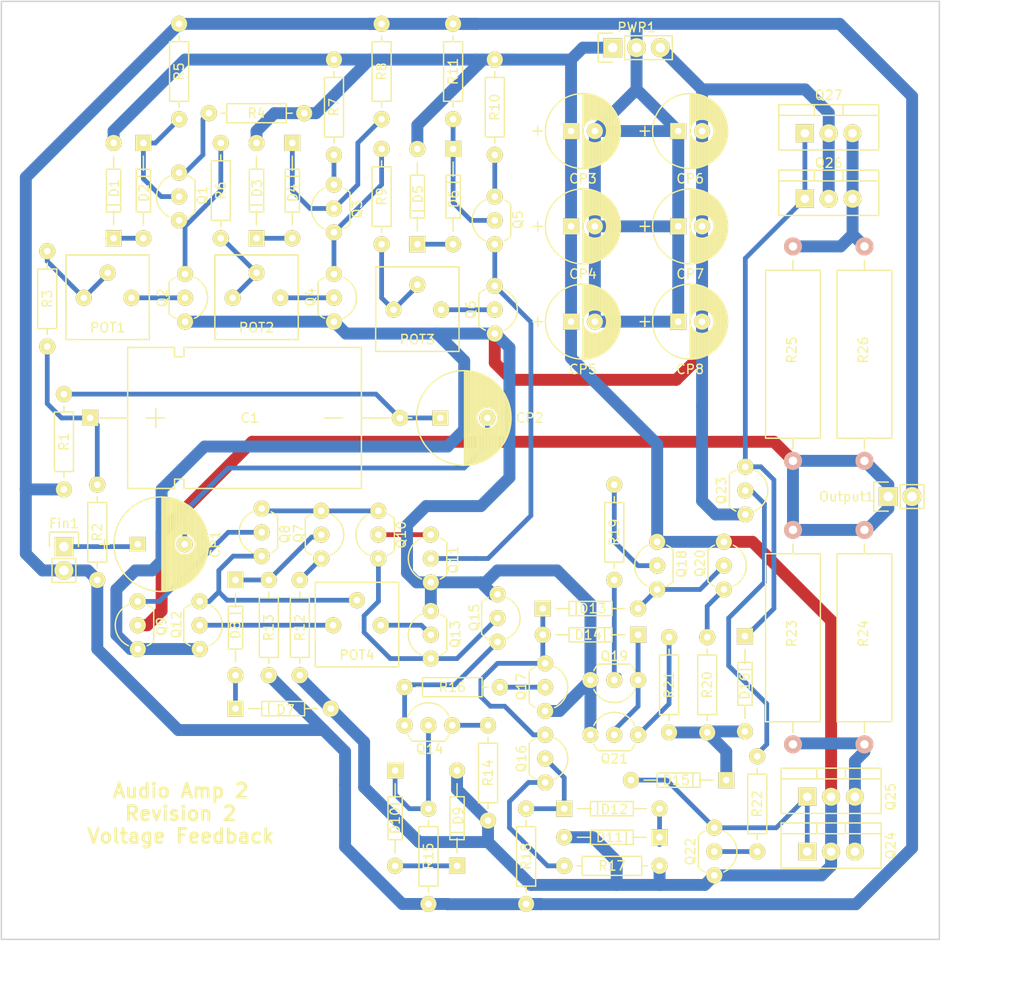
<source format=kicad_pcb>
(kicad_pcb (version 4) (host pcbnew 4.0.1-stable)
  (layers (0 F.Cu signal) (31 B.Cu signal) (34 B.Paste user hide) (35 F.Paste user hide) (36 B.SilkS user) (37 F.SilkS user) (38 B.Mask user) (39 F.Mask user) (44 Edge.Cuts user))
  (net 0 "")
  (net 1 "Net-(C1-Pad1)")
  (net 2 "Net-(C1-Pad2)")
  (net 3 "Net-(CP1-Pad2)")
  (net 4 "Net-(CP1-Pad1)")
  (net 5 +15V)
  (net 6 GND)
  (net 7 -15V)
  (net 8 "Net-(D1-Pad1)")
  (net 9 "Net-(D2-Pad1)")
  (net 10 "Net-(D3-Pad1)")
  (net 11 "Net-(D4-Pad1)")
  (net 12 "Net-(D5-Pad1)")
  (net 13 "Net-(D6-Pad1)")
  (net 14 "Net-(D7-Pad1)")
  (net 15 "Net-(D8-Pad1)")
  (net 16 "Net-(D10-Pad2)")
  (net 17 "Net-(D10-Pad1)")
  (net 18 "Net-(D11-Pad1)")
  (net 19 "Net-(D12-Pad1)")
  (net 20 "Net-(D13-Pad2)")
  (net 21 "Net-(D13-Pad1)")
  (net 22 "Net-(D14-Pad1)")
  (net 23 "Net-(D15-Pad2)")
  (net 24 Fampout)
  (net 25 "Net-(D16-Pad1)")
  (net 26 Output)
  (net 27 "Net-(POT1-Pad1)")
  (net 28 "Net-(POT1-Pad3)")
  (net 29 "Net-(POT2-Pad1)")
  (net 30 "Net-(POT2-Pad3)")
  (net 31 "Net-(POT3-Pad1)")
  (net 32 "Net-(POT3-Pad3)")
  (net 33 "Net-(POT4-Pad1)")
  (net 34 "Net-(POT4-Pad2)")
  (net 35 "Net-(POT4-Pad3)")
  (net 36 "Net-(Q1-Pad3)")
  (net 37 "Net-(Q1-Pad1)")
  (net 38 "Net-(Q3-Pad3)")
  (net 39 "Net-(Q3-Pad1)")
  (net 40 "Net-(Q5-Pad3)")
  (net 41 Fampin)
  (net 42 "Net-(Q7-Pad3)")
  (net 43 "Net-(Q8-Pad2)")
  (net 44 "Net-(Q10-Pad3)")
  (net 45 "Net-(Q10-Pad2)")
  (net 46 "Net-(Q10-Pad1)")
  (net 47 "Net-(Q14-Pad3)")
  (net 48 "Net-(Q14-Pad1)")
  (net 49 "Net-(Q16-Pad3)")
  (net 50 "Net-(Q17-Pad2)")
  (net 51 "Net-(Q18-Pad2)")
  (net 52 "Net-(Q19-Pad2)")
  (net 53 "Net-(Q20-Pad3)")
  (net 54 "Net-(Q21-Pad3)")
  (net 55 "Net-(Q22-Pad2)")
  (net 56 "Net-(Q23-Pad2)")
  (net 57 "Net-(Q24-Pad3)")
  (net 58 "Net-(Q26-Pad3)")
  (module "Custom Footprint:1N4148" (layer F.Cu) (at 126.96 70.252 90)
    (fp_text reference D1 (at 5.334 0.0635 90) (layer F.SilkS))
    (fp_text value 1N4148)
    (pad 1 thru_hole rect (at 0.00052 -0.00254 270) (size 1.716 1.716) (drill 0.7) (layers *.Cu *.Mask F.SilkS) (net 8 "Net-(D1-Pad1)"))
    (pad 2 thru_hole circle (at 10.16 0 90) (size 1.716 1.716) (drill 0.7) (layers *.Cu *.Mask F.SilkS) (net 5 +15V))
  )
  (module "Custom Footprint:1N4148" (layer F.Cu) (at 130.135 60.092 270)
    (fp_text reference D2 (at 5.334 -0.0635 270) (layer F.SilkS))
    (fp_text value 1N4148)
    (pad 1 thru_hole rect (at 0.00052 -0.00254 90) (size 1.716 1.716) (drill 0.7) (layers *.Cu *.Mask F.SilkS) (net 9 "Net-(D2-Pad1)"))
    (pad 2 thru_hole circle (at 10.16 0 270) (size 1.716 1.716) (drill 0.7) (layers *.Cu *.Mask F.SilkS) (net 8 "Net-(D1-Pad1)"))
  )
  (module "Custom Footprint:1N4148" (layer F.Cu) (at 142.2 70.252 90)
    (fp_text reference D3 (at 5.334 0.0635 90) (layer F.SilkS))
    (fp_text value 1N4148)
    (pad 1 thru_hole rect (at 0.00052 -0.00254 270) (size 1.716 1.716) (drill 0.7) (layers *.Cu *.Mask F.SilkS) (net 10 "Net-(D3-Pad1)"))
    (pad 2 thru_hole circle (at 10.16 0 90) (size 1.716 1.716) (drill 0.7) (layers *.Cu *.Mask F.SilkS) (net 5 +15V))
  )
  (module "Custom Footprint:1N4148" (layer F.Cu) (at 146.01 60.092 270)
    (fp_text reference D4 (at 5.334 -0.0635 270) (layer F.SilkS))
    (fp_text value 1N4148)
    (pad 1 thru_hole rect (at 0.00052 -0.00254 90) (size 1.716 1.716) (drill 0.7) (layers *.Cu *.Mask F.SilkS) (net 11 "Net-(D4-Pad1)"))
    (pad 2 thru_hole circle (at 10.16 0 270) (size 1.716 1.716) (drill 0.7) (layers *.Cu *.Mask F.SilkS) (net 10 "Net-(D3-Pad1)"))
  )
  (module "Custom Footprint:1N4148" (layer F.Cu) (at 159.345 70.887 90)
    (fp_text reference D5 (at 5.334 0.0635 90) (layer F.SilkS))
    (fp_text value 1N4148)
    (pad 1 thru_hole rect (at 0.00052 -0.00254 270) (size 1.716 1.716) (drill 0.7) (layers *.Cu *.Mask F.SilkS) (net 12 "Net-(D5-Pad1)"))
    (pad 2 thru_hole circle (at 10.16 0 90) (size 1.716 1.716) (drill 0.7) (layers *.Cu *.Mask F.SilkS) (net 5 +15V))
  )
  (module "Custom Footprint:1N4148" (layer F.Cu) (at 163.155 60.727 270)
    (fp_text reference D6 (at 5.334 -0.0635 270) (layer F.SilkS))
    (fp_text value 1N4148)
    (pad 1 thru_hole rect (at 0.00052 -0.00254 90) (size 1.716 1.716) (drill 0.7) (layers *.Cu *.Mask F.SilkS) (net 13 "Net-(D6-Pad1)"))
    (pad 2 thru_hole circle (at 10.16 0 270) (size 1.716 1.716) (drill 0.7) (layers *.Cu *.Mask F.SilkS) (net 12 "Net-(D5-Pad1)"))
  )
  (module "Custom Footprint:1N4148" (layer F.Cu) (at 139.954 120.396)
    (fp_text reference D7 (at 5.334 0.127) (layer F.SilkS))
    (fp_text value 1N4148)
    (pad 1 thru_hole rect (at 0.00052 -0.00254 180) (size 1.716 1.716) (drill 0.7) (layers *.Cu *.Mask F.SilkS) (net 14 "Net-(D7-Pad1)"))
    (pad 2 thru_hole circle (at 10.16 0) (size 1.716 1.716) (drill 0.7) (layers *.Cu *.Mask F.SilkS) (net 5 +15V))
  )
  (module "Custom Footprint:1N4148" (layer F.Cu) (at 139.954 106.68 270)
    (fp_text reference D8 (at 5.334 0 270) (layer F.SilkS))
    (fp_text value 1N4148)
    (pad 1 thru_hole rect (at 0.00052 -0.00254 90) (size 1.716 1.716) (drill 0.7) (layers *.Cu *.Mask F.SilkS) (net 15 "Net-(D8-Pad1)"))
    (pad 2 thru_hole circle (at 10.16 0 270) (size 1.716 1.716) (drill 0.7) (layers *.Cu *.Mask F.SilkS) (net 14 "Net-(D7-Pad1)"))
  )
  (module "Custom Footprint:1N4148" (layer F.Cu) (at 163.576 137.16 90)
    (fp_text reference D9 (at 5.334 0.127 90) (layer F.SilkS))
    (fp_text value 1N4148)
    (pad 1 thru_hole rect (at 0.00052 -0.00254 270) (size 1.716 1.716) (drill 0.7) (layers *.Cu *.Mask F.SilkS) (net 16 "Net-(D10-Pad2)"))
    (pad 2 thru_hole circle (at 10.16 0 90) (size 1.716 1.716) (drill 0.7) (layers *.Cu *.Mask F.SilkS) (net 5 +15V))
  )
  (module "Custom Footprint:1N4148" (layer F.Cu) (at 156.972 127 270)
    (fp_text reference D10 (at 5.334 0 270) (layer F.SilkS))
    (fp_text value 1N4148)
    (pad 1 thru_hole rect (at 0.00052 -0.00254 90) (size 1.716 1.716) (drill 0.7) (layers *.Cu *.Mask F.SilkS) (net 17 "Net-(D10-Pad1)"))
    (pad 2 thru_hole circle (at 10.16 0 270) (size 1.716 1.716) (drill 0.7) (layers *.Cu *.Mask F.SilkS) (net 16 "Net-(D10-Pad2)"))
  )
  (module "Custom Footprint:1N4148" (layer F.Cu) (at 185.166 134.112 180)
    (fp_text reference D11 (at 5.334 0 180) (layer F.SilkS))
    (fp_text value 1N4148)
    (pad 1 thru_hole rect (at 0.00052 -0.00254) (size 1.716 1.716) (drill 0.7) (layers *.Cu *.Mask F.SilkS) (net 18 "Net-(D11-Pad1)"))
    (pad 2 thru_hole circle (at 10.16 0 180) (size 1.716 1.716) (drill 0.7) (layers *.Cu *.Mask F.SilkS) (net 5 +15V))
  )
  (module "Custom Footprint:1N4148" (layer F.Cu) (at 175.006 131.064)
    (fp_text reference D12 (at 5.334 0.0635) (layer F.SilkS))
    (fp_text value 1N4148)
    (pad 1 thru_hole rect (at 0.00052 -0.00254 180) (size 1.716 1.716) (drill 0.7) (layers *.Cu *.Mask F.SilkS) (net 19 "Net-(D12-Pad1)"))
    (pad 2 thru_hole circle (at 10.16 0) (size 1.716 1.716) (drill 0.7) (layers *.Cu *.Mask F.SilkS) (net 18 "Net-(D11-Pad1)"))
  )
  (module "Custom Footprint:1N4148" (layer F.Cu) (at 172.72 109.728)
    (fp_text reference D13 (at 5.334 0) (layer F.SilkS))
    (fp_text value 1N4148)
    (pad 1 thru_hole rect (at 0.00052 -0.00254 180) (size 1.716 1.716) (drill 0.7) (layers *.Cu *.Mask F.SilkS) (net 21 "Net-(D13-Pad1)"))
    (pad 2 thru_hole circle (at 10.16 0) (size 1.716 1.716) (drill 0.7) (layers *.Cu *.Mask F.SilkS) (net 20 "Net-(D13-Pad2)"))
  )
  (module "Custom Footprint:1N4148" (layer F.Cu) (at 182.88 112.522 180)
    (fp_text reference D14 (at 5.334 0 180) (layer F.SilkS))
    (fp_text value 1N4148)
    (pad 1 thru_hole rect (at 0.00052 -0.00254) (size 1.716 1.716) (drill 0.7) (layers *.Cu *.Mask F.SilkS) (net 22 "Net-(D14-Pad1)"))
    (pad 2 thru_hole circle (at 10.16 0 180) (size 1.716 1.716) (drill 0.7) (layers *.Cu *.Mask F.SilkS) (net 21 "Net-(D13-Pad1)"))
  )
  (module "Custom Footprint:1N4148" (layer F.Cu) (at 192.278 128.016 180)
    (fp_text reference D15 (at 5.334 0 180) (layer F.SilkS))
    (fp_text value 1N4148)
    (pad 1 thru_hole rect (at 0.00052 -0.00254) (size 1.716 1.716) (drill 0.7) (layers *.Cu *.Mask F.SilkS) (net 24 Fampout))
    (pad 2 thru_hole circle (at 10.16 0 180) (size 1.716 1.716) (drill 0.7) (layers *.Cu *.Mask F.SilkS) (net 23 "Net-(D15-Pad2)"))
  )
  (module "Custom Footprint:1N4148" (layer F.Cu) (at 194.27 112.67 270)
    (fp_text reference D16 (at 5.334 0 270) (layer F.SilkS))
    (fp_text value 1N4148)
    (pad 1 thru_hole rect (at 0.00052 -0.00254 90) (size 1.716 1.716) (drill 0.7) (layers *.Cu *.Mask F.SilkS) (net 25 "Net-(D16-Pad1)"))
    (pad 2 thru_hole circle (at 10.16 0 270) (size 1.716 1.716) (drill 0.7) (layers *.Cu *.Mask F.SilkS) (net 24 Fampout))
  )
  (module "Custom Footprint:Pin_Header_Straight_1x02" (layer F.Cu) (at 121.666 103.124)
    (fp_text reference Fin1 (at 0 -2.4765) (layer F.SilkS))
    (fp_text value CONN_01X02)
    (pad 1 thru_hole rect (at 0 0) (size 2.016 2.016) (drill 1) (layers *.Cu *.Mask F.SilkS) (net 4 "Net-(CP1-Pad1)"))
    (pad 2 thru_hole circle (at 0 2.54) (size 2.016 2.016) (drill 1) (layers *.Cu *.Mask F.SilkS) (net 6 GND))
  )
  (module "Custom Footprint:Pin_Header_Straight_1x02" (layer F.Cu) (at 209.55 97.79 90)
    (fp_text reference Output1 (at 0 -4.445 180) (layer F.SilkS))
    (fp_text value CONN_01X02)
    (pad 1 thru_hole rect (at 0 0 90) (size 2.016 2.016) (drill 1) (layers *.Cu *.Mask F.SilkS) (net 26 Output))
    (pad 2 thru_hole circle (at 0 2.54 90) (size 2.016 2.016) (drill 1) (layers *.Cu *.Mask F.SilkS) (net 6 GND))
  )
  (module "Custom Footprint:Pin_Header_Straight_1x03" (layer F.Cu) (at 180.173 49.932 90)
    (fp_text reference PWR1 (at 2.159 2.54 180) (layer F.SilkS))
    (fp_text value CONN_01X03)
    (pad 1 thru_hole rect (at 0 0 90) (size 2.016 2.016) (drill 1) (layers *.Cu *.Mask F.SilkS) (net 5 +15V))
    (pad 2 thru_hole circle (at 0 2.54 90) (size 2.016 2.016) (drill 1) (layers *.Cu *.Mask F.SilkS) (net 6 GND))
    (pad 3 thru_hole circle (at 0 5.08 90) (size 2.016 2.016) (drill 1) (layers *.Cu *.Mask F.SilkS) (net 7 -15V))
  )
  (module "Custom Footprint:TO-92_Inline_Wide" (layer F.Cu) (at 133.945 68.347 90)
    (fp_text reference Q1 (at 2.667 2.4765 270) (layer F.SilkS))
    (fp_text value 2N3906)
    (pad 2 thru_hole circle (at 2.54 0 180) (size 1.716 1.716) (drill 0.7) (layers *.Cu *.Mask F.SilkS) (net 9 "Net-(D2-Pad1)"))
    (pad 3 thru_hole circle (at 5.08 0 180) (size 1.716 1.716) (drill 0.7) (layers *.Cu *.Mask F.SilkS) (net 36 "Net-(Q1-Pad3)"))
    (pad 1 thru_hole circle (at 0 0 180) (size 1.716 1.716) (drill 0.7) (layers *.Cu *.Mask F.SilkS) (net 37 "Net-(Q1-Pad1)"))
  )
  (module "Custom Footprint:TO-92_Inline_Wide" (layer F.Cu) (at 134.58 74.062 270)
    (fp_text reference Q2 (at 2.54 2.413 450) (layer F.SilkS))
    (fp_text value 2N3904)
    (pad 2 thru_hole circle (at 2.54 0) (size 1.716 1.716) (drill 0.7) (layers *.Cu *.Mask F.SilkS) (net 28 "Net-(POT1-Pad3)"))
    (pad 3 thru_hole circle (at 5.08 0) (size 1.716 1.716) (drill 0.7) (layers *.Cu *.Mask F.SilkS) (net 7 -15V))
    (pad 1 thru_hole circle (at 0 0) (size 1.716 1.716) (drill 0.7) (layers *.Cu *.Mask F.SilkS) (net 37 "Net-(Q1-Pad1)"))
  )
  (module "Custom Footprint:TO-92_Inline_Wide" (layer F.Cu) (at 150.455 69.617 90)
    (fp_text reference Q3 (at 2.4765 2.4765 270) (layer F.SilkS))
    (fp_text value 2N3906)
    (pad 2 thru_hole circle (at 2.54 0 180) (size 1.716 1.716) (drill 0.7) (layers *.Cu *.Mask F.SilkS) (net 11 "Net-(D4-Pad1)"))
    (pad 3 thru_hole circle (at 5.08 0 180) (size 1.716 1.716) (drill 0.7) (layers *.Cu *.Mask F.SilkS) (net 38 "Net-(Q3-Pad3)"))
    (pad 1 thru_hole circle (at 0 0 180) (size 1.716 1.716) (drill 0.7) (layers *.Cu *.Mask F.SilkS) (net 39 "Net-(Q3-Pad1)"))
  )
  (module "Custom Footprint:TO-92_Inline_Wide" (layer F.Cu) (at 150.455 74.062 270)
    (fp_text reference Q4 (at 2.4765 2.4765 450) (layer F.SilkS))
    (fp_text value 2N3904)
    (pad 2 thru_hole circle (at 2.54 0) (size 1.716 1.716) (drill 0.7) (layers *.Cu *.Mask F.SilkS) (net 30 "Net-(POT2-Pad3)"))
    (pad 3 thru_hole circle (at 5.08 0) (size 1.716 1.716) (drill 0.7) (layers *.Cu *.Mask F.SilkS) (net 7 -15V))
    (pad 1 thru_hole circle (at 0 0) (size 1.716 1.716) (drill 0.7) (layers *.Cu *.Mask F.SilkS) (net 39 "Net-(Q3-Pad1)"))
  )
  (module "Custom Footprint:TO-92_Inline_Wide" (layer F.Cu) (at 167.6 70.887 90)
    (fp_text reference Q5 (at 2.6035 2.4765 270) (layer F.SilkS))
    (fp_text value 2N3906)
    (pad 2 thru_hole circle (at 2.54 0 180) (size 1.716 1.716) (drill 0.7) (layers *.Cu *.Mask F.SilkS) (net 13 "Net-(D6-Pad1)"))
    (pad 3 thru_hole circle (at 5.08 0 180) (size 1.716 1.716) (drill 0.7) (layers *.Cu *.Mask F.SilkS) (net 40 "Net-(Q5-Pad3)"))
    (pad 1 thru_hole circle (at 0 0 180) (size 1.716 1.716) (drill 0.7) (layers *.Cu *.Mask F.SilkS) (net 41 Fampin))
  )
  (module "Custom Footprint:TO-92_Inline_Wide" (layer F.Cu) (at 167.6 75.332 270)
    (fp_text reference Q6 (at 2.54 2.54 450) (layer F.SilkS))
    (fp_text value 2N3904)
    (pad 2 thru_hole circle (at 2.54 0) (size 1.716 1.716) (drill 0.7) (layers *.Cu *.Mask F.SilkS) (net 32 "Net-(POT3-Pad3)"))
    (pad 3 thru_hole circle (at 5.08 0) (size 1.716 1.716) (drill 0.7) (layers *.Cu *.Mask F.SilkS) (net 7 -15V))
    (pad 1 thru_hole circle (at 0 0) (size 1.716 1.716) (drill 0.7) (layers *.Cu *.Mask F.SilkS) (net 41 Fampin))
  )
  (module "Custom Footprint:TO-92_Inline_Wide" (layer F.Cu) (at 149.098 99.314 270)
    (fp_text reference Q7 (at 2.413 2.413 450) (layer F.SilkS))
    (fp_text value 2N3906)
    (pad 2 thru_hole circle (at 2.54 0) (size 1.716 1.716) (drill 0.7) (layers *.Cu *.Mask F.SilkS) (net 15 "Net-(D8-Pad1)"))
    (pad 3 thru_hole circle (at 5.08 0) (size 1.716 1.716) (drill 0.7) (layers *.Cu *.Mask F.SilkS) (net 42 "Net-(Q7-Pad3)"))
    (pad 1 thru_hole circle (at 0 0) (size 1.716 1.716) (drill 0.7) (layers *.Cu *.Mask F.SilkS) (net 44 "Net-(Q10-Pad3)"))
  )
  (module "Custom Footprint:TO-92_Inline_Wide" (layer F.Cu) (at 142.748 104.14 90)
    (fp_text reference Q8 (at 2.3495 2.4765 270) (layer F.SilkS))
    (fp_text value 2N3906)
    (pad 2 thru_hole circle (at 2.54 0 180) (size 1.716 1.716) (drill 0.7) (layers *.Cu *.Mask F.SilkS) (net 43 "Net-(Q8-Pad2)"))
    (pad 3 thru_hole circle (at 5.08 0 180) (size 1.716 1.716) (drill 0.7) (layers *.Cu *.Mask F.SilkS) (net 44 "Net-(Q10-Pad3)"))
    (pad 1 thru_hole circle (at 0 0 180) (size 1.716 1.716) (drill 0.7) (layers *.Cu *.Mask F.SilkS) (net 34 "Net-(POT4-Pad2)"))
  )
  (module "Custom Footprint:TO-92_Inline_Wide" (layer F.Cu) (at 129.54 114.046 90)
    (fp_text reference Q9 (at 2.413 2.54 270) (layer F.SilkS))
    (fp_text value 2N3906)
    (pad 2 thru_hole circle (at 2.54 0 180) (size 1.716 1.716) (drill 0.7) (layers *.Cu *.Mask F.SilkS) (net 26 Output))
    (pad 3 thru_hole circle (at 5.08 0 180) (size 1.716 1.716) (drill 0.7) (layers *.Cu *.Mask F.SilkS) (net 43 "Net-(Q8-Pad2)"))
    (pad 1 thru_hole circle (at 0 0 180) (size 1.716 1.716) (drill 0.7) (layers *.Cu *.Mask F.SilkS) (net 7 -15V))
  )
  (module "Custom Footprint:TO-92_Inline_Wide" (layer F.Cu) (at 155.194 104.394 90)
    (fp_text reference Q10 (at 2.54 2.413 270) (layer F.SilkS))
    (fp_text value 2N3906)
    (pad 2 thru_hole circle (at 2.54 0 180) (size 1.716 1.716) (drill 0.7) (layers *.Cu *.Mask F.SilkS) (net 45 "Net-(Q10-Pad2)"))
    (pad 3 thru_hole circle (at 5.08 0 180) (size 1.716 1.716) (drill 0.7) (layers *.Cu *.Mask F.SilkS) (net 44 "Net-(Q10-Pad3)"))
    (pad 1 thru_hole circle (at 0 0 180) (size 1.716 1.716) (drill 0.7) (layers *.Cu *.Mask F.SilkS) (net 46 "Net-(Q10-Pad1)"))
  )
  (module "Custom Footprint:TO-92_Inline_Wide" (layer F.Cu) (at 160.782 106.934 90)
    (fp_text reference Q11 (at 2.413 2.413 270) (layer F.SilkS))
    (fp_text value 2N3906)
    (pad 2 thru_hole circle (at 2.54 0 180) (size 1.716 1.716) (drill 0.7) (layers *.Cu *.Mask F.SilkS) (net 41 Fampin))
    (pad 3 thru_hole circle (at 5.08 0 180) (size 1.716 1.716) (drill 0.7) (layers *.Cu *.Mask F.SilkS) (net 45 "Net-(Q10-Pad2)"))
    (pad 1 thru_hole circle (at 0 0 180) (size 1.716 1.716) (drill 0.7) (layers *.Cu *.Mask F.SilkS) (net 7 -15V))
  )
  (module "Custom Footprint:TO-92_Inline_Wide" (layer F.Cu) (at 136.144 108.966 270)
    (fp_text reference Q12 (at 2.4765 2.4765 450) (layer F.SilkS))
    (fp_text value 2N3904)
    (pad 2 thru_hole circle (at 2.54 0) (size 1.716 1.716) (drill 0.7) (layers *.Cu *.Mask F.SilkS) (net 33 "Net-(POT4-Pad1)"))
    (pad 3 thru_hole circle (at 5.08 0) (size 1.716 1.716) (drill 0.7) (layers *.Cu *.Mask F.SilkS) (net 7 -15V))
    (pad 1 thru_hole circle (at 0 0) (size 1.716 1.716) (drill 0.7) (layers *.Cu *.Mask F.SilkS) (net 34 "Net-(POT4-Pad2)"))
  )
  (module "Custom Footprint:TO-92_Inline_Wide" (layer F.Cu) (at 160.782 115.062 90)
    (fp_text reference Q13 (at 2.6035 2.6035 270) (layer F.SilkS))
    (fp_text value 2N3904)
    (pad 2 thru_hole circle (at 2.54 0 180) (size 1.716 1.716) (drill 0.7) (layers *.Cu *.Mask F.SilkS) (net 35 "Net-(POT4-Pad3)"))
    (pad 3 thru_hole circle (at 5.08 0 180) (size 1.716 1.716) (drill 0.7) (layers *.Cu *.Mask F.SilkS) (net 7 -15V))
    (pad 1 thru_hole circle (at 0 0 180) (size 1.716 1.716) (drill 0.7) (layers *.Cu *.Mask F.SilkS) (net 46 "Net-(Q10-Pad1)"))
  )
  (module "Custom Footprint:TO-92_Inline_Wide" (layer F.Cu) (at 157.988 122.174)
    (fp_text reference Q14 (at 2.667 2.54 180) (layer F.SilkS))
    (fp_text value 2N3906)
    (pad 2 thru_hole circle (at 2.54 0 90) (size 1.716 1.716) (drill 0.7) (layers *.Cu *.Mask F.SilkS) (net 17 "Net-(D10-Pad1)"))
    (pad 3 thru_hole circle (at 5.08 0 90) (size 1.716 1.716) (drill 0.7) (layers *.Cu *.Mask F.SilkS) (net 47 "Net-(Q14-Pad3)"))
    (pad 1 thru_hole circle (at 0 0 90) (size 1.716 1.716) (drill 0.7) (layers *.Cu *.Mask F.SilkS) (net 48 "Net-(Q14-Pad1)"))
  )
  (module "Custom Footprint:TO-92_Inline_Wide" (layer F.Cu) (at 167.894 108.204 270)
    (fp_text reference Q15 (at 2.4765 2.4765 450) (layer F.SilkS))
    (fp_text value 2N3906)
    (pad 2 thru_hole circle (at 2.54 0) (size 1.716 1.716) (drill 0.7) (layers *.Cu *.Mask F.SilkS) (net 46 "Net-(Q10-Pad1)"))
    (pad 3 thru_hole circle (at 5.08 0) (size 1.716 1.716) (drill 0.7) (layers *.Cu *.Mask F.SilkS) (net 48 "Net-(Q14-Pad1)"))
    (pad 1 thru_hole circle (at 0 0) (size 1.716 1.716) (drill 0.7) (layers *.Cu *.Mask F.SilkS) (net 7 -15V))
  )
  (module "Custom Footprint:TO-92_Inline_Wide" (layer F.Cu) (at 172.974 123.19 270)
    (fp_text reference Q16 (at 2.54 2.54 450) (layer F.SilkS))
    (fp_text value 2N3906)
    (pad 2 thru_hole circle (at 2.54 0) (size 1.716 1.716) (drill 0.7) (layers *.Cu *.Mask F.SilkS) (net 19 "Net-(D12-Pad1)"))
    (pad 3 thru_hole circle (at 5.08 0) (size 1.716 1.716) (drill 0.7) (layers *.Cu *.Mask F.SilkS) (net 49 "Net-(Q16-Pad3)"))
    (pad 1 thru_hole circle (at 0 0) (size 1.716 1.716) (drill 0.7) (layers *.Cu *.Mask F.SilkS) (net 21 "Net-(D13-Pad1)"))
  )
  (module "Custom Footprint:TO-92_Inline_Wide" (layer F.Cu) (at 172.974 115.57 270)
    (fp_text reference Q17 (at 2.4765 2.54 450) (layer F.SilkS))
    (fp_text value 2N3904)
    (pad 2 thru_hole circle (at 2.54 0) (size 1.716 1.716) (drill 0.7) (layers *.Cu *.Mask F.SilkS) (net 50 "Net-(Q17-Pad2)"))
    (pad 3 thru_hole circle (at 5.08 0) (size 1.716 1.716) (drill 0.7) (layers *.Cu *.Mask F.SilkS) (net 7 -15V))
    (pad 1 thru_hole circle (at 0 0) (size 1.716 1.716) (drill 0.7) (layers *.Cu *.Mask F.SilkS) (net 21 "Net-(D13-Pad1)"))
  )
  (module "Custom Footprint:TO-92_Inline_Wide" (layer F.Cu) (at 184.912 107.696 90)
    (fp_text reference Q18 (at 2.7305 2.6035 270) (layer F.SilkS))
    (fp_text value 2N3906)
    (pad 2 thru_hole circle (at 2.54 0 180) (size 1.716 1.716) (drill 0.7) (layers *.Cu *.Mask F.SilkS) (net 51 "Net-(Q18-Pad2)"))
    (pad 3 thru_hole circle (at 5.08 0 180) (size 1.716 1.716) (drill 0.7) (layers *.Cu *.Mask F.SilkS) (net 5 +15V))
    (pad 1 thru_hole circle (at 0 0 180) (size 1.716 1.716) (drill 0.7) (layers *.Cu *.Mask F.SilkS) (net 20 "Net-(D13-Pad2)"))
  )
  (module "Custom Footprint:TO-92_Inline_Wide" (layer F.Cu) (at 182.88 117.348 180)
    (fp_text reference Q19 (at 2.54 2.54 360) (layer F.SilkS))
    (fp_text value 2N3904)
    (pad 2 thru_hole circle (at 2.54 0 270) (size 1.716 1.716) (drill 0.7) (layers *.Cu *.Mask F.SilkS) (net 52 "Net-(Q19-Pad2)"))
    (pad 3 thru_hole circle (at 5.08 0 270) (size 1.716 1.716) (drill 0.7) (layers *.Cu *.Mask F.SilkS) (net 7 -15V))
    (pad 1 thru_hole circle (at 0 0 270) (size 1.716 1.716) (drill 0.7) (layers *.Cu *.Mask F.SilkS) (net 22 "Net-(D14-Pad1)"))
  )
  (module "Custom Footprint:TO-92_Inline_Wide" (layer F.Cu) (at 192.024 102.616 270)
    (fp_text reference Q20 (at 2.286 2.54 450) (layer F.SilkS))
    (fp_text value 2N3904)
    (pad 2 thru_hole circle (at 2.54 0) (size 1.716 1.716) (drill 0.7) (layers *.Cu *.Mask F.SilkS) (net 20 "Net-(D13-Pad2)"))
    (pad 3 thru_hole circle (at 5.08 0) (size 1.716 1.716) (drill 0.7) (layers *.Cu *.Mask F.SilkS) (net 53 "Net-(Q20-Pad3)"))
    (pad 1 thru_hole circle (at 0 0) (size 1.716 1.716) (drill 0.7) (layers *.Cu *.Mask F.SilkS) (net 5 +15V))
  )
  (module "Custom Footprint:TO-92_Inline_Wide" (layer F.Cu) (at 177.8 123.19)
    (fp_text reference Q21 (at 2.54 2.54 180) (layer F.SilkS))
    (fp_text value 2N3906)
    (pad 2 thru_hole circle (at 2.54 0 90) (size 1.716 1.716) (drill 0.7) (layers *.Cu *.Mask F.SilkS) (net 22 "Net-(D14-Pad1)"))
    (pad 3 thru_hole circle (at 5.08 0 90) (size 1.716 1.716) (drill 0.7) (layers *.Cu *.Mask F.SilkS) (net 54 "Net-(Q21-Pad3)"))
    (pad 1 thru_hole circle (at 0 0 90) (size 1.716 1.716) (drill 0.7) (layers *.Cu *.Mask F.SilkS) (net 7 -15V))
  )
  (module "Custom Footprint:TO-92_Inline_Wide" (layer F.Cu) (at 191.008 133.096 270)
    (fp_text reference Q22 (at 2.54 2.54 450) (layer F.SilkS))
    (fp_text value 2N3906)
    (pad 2 thru_hole circle (at 2.54 0) (size 1.716 1.716) (drill 0.7) (layers *.Cu *.Mask F.SilkS) (net 55 "Net-(Q22-Pad2)"))
    (pad 3 thru_hole circle (at 5.08 0) (size 1.716 1.716) (drill 0.7) (layers *.Cu *.Mask F.SilkS) (net 5 +15V))
    (pad 1 thru_hole circle (at 0 0) (size 1.716 1.716) (drill 0.7) (layers *.Cu *.Mask F.SilkS) (net 23 "Net-(D15-Pad2)"))
  )
  (module "Custom Footprint:TO-92_Inline_Wide" (layer F.Cu) (at 194.31 94.615 270)
    (fp_text reference Q23 (at 2.54 2.54 450) (layer F.SilkS))
    (fp_text value 2N3904)
    (pad 2 thru_hole circle (at 2.54 0) (size 1.716 1.716) (drill 0.7) (layers *.Cu *.Mask F.SilkS) (net 56 "Net-(Q23-Pad2)"))
    (pad 3 thru_hole circle (at 5.08 0) (size 1.716 1.716) (drill 0.7) (layers *.Cu *.Mask F.SilkS) (net 7 -15V))
    (pad 1 thru_hole circle (at 0 0) (size 1.716 1.716) (drill 0.7) (layers *.Cu *.Mask F.SilkS) (net 25 "Net-(D16-Pad1)"))
  )
  (module "Custom Footprint:TO-220_Neutral123_Vertical" (layer F.Cu) (at 203.454 135.636)
    (fp_text reference Q24 (at 6.35 -0.635 90) (layer F.SilkS))
    (fp_text value TIP31)
    (pad 2 thru_hole circle (at 0 0 90) (size 1.916 1.916) (drill 0.9) (layers *.Cu *.Mask F.SilkS) (net 5 +15V))
    (pad 1 thru_hole rect (at -2.54 0 90) (size 1.916 1.916) (drill 0.9) (layers *.Cu *.Mask F.SilkS) (net 23 "Net-(D15-Pad2)"))
    (pad 3 thru_hole circle (at 2.54 0 90) (size 1.916 1.916) (drill 0.9) (layers *.Cu *.Mask F.SilkS) (net 57 "Net-(Q24-Pad3)"))
  )
  (module "Custom Footprint:TO-220_Neutral123_Vertical" (layer F.Cu) (at 203.454 129.794)
    (fp_text reference Q25 (at 6.35 0 90) (layer F.SilkS))
    (fp_text value TIP31)
    (pad 2 thru_hole circle (at 0 0 90) (size 1.916 1.916) (drill 0.9) (layers *.Cu *.Mask F.SilkS) (net 5 +15V))
    (pad 1 thru_hole rect (at -2.54 0 90) (size 1.916 1.916) (drill 0.9) (layers *.Cu *.Mask F.SilkS) (net 23 "Net-(D15-Pad2)"))
    (pad 3 thru_hole circle (at 2.54 0 90) (size 1.916 1.916) (drill 0.9) (layers *.Cu *.Mask F.SilkS) (net 57 "Net-(Q24-Pad3)"))
  )
  (module "Custom Footprint:TO-220_Neutral123_Vertical" (layer F.Cu) (at 203.2 66.04)
    (fp_text reference Q26 (at 0 -3.81) (layer F.SilkS))
    (fp_text value TIP32)
    (pad 2 thru_hole circle (at 0 0 90) (size 1.916 1.916) (drill 0.9) (layers *.Cu *.Mask F.SilkS) (net 7 -15V))
    (pad 1 thru_hole rect (at -2.54 0 90) (size 1.916 1.916) (drill 0.9) (layers *.Cu *.Mask F.SilkS) (net 25 "Net-(D16-Pad1)"))
    (pad 3 thru_hole circle (at 2.54 0 90) (size 1.916 1.916) (drill 0.9) (layers *.Cu *.Mask F.SilkS) (net 58 "Net-(Q26-Pad3)"))
  )
  (module "Custom Footprint:TO-220_Neutral123_Vertical" (layer F.Cu) (at 203.2 59.055)
    (fp_text reference Q27 (at 0 -4.064) (layer F.SilkS))
    (fp_text value TIP32)
    (pad 2 thru_hole circle (at 0 0 90) (size 1.916 1.916) (drill 0.9) (layers *.Cu *.Mask F.SilkS) (net 7 -15V))
    (pad 1 thru_hole rect (at -2.54 0 90) (size 1.916 1.916) (drill 0.9) (layers *.Cu *.Mask F.SilkS) (net 25 "Net-(D16-Pad1)"))
    (pad 3 thru_hole circle (at 2.54 0 90) (size 1.916 1.916) (drill 0.9) (layers *.Cu *.Mask F.SilkS) (net 58 "Net-(Q26-Pad3)"))
  )
  (module "Custom Footprint:Cap_Pol_Radial_D10_P3" (layer F.Cu) (at 129.54 102.87)
    (fp_text reference CP1 (at 8.255 0 90) (layer F.SilkS))
    (fp_text value 470uF)
    (pad 1 thru_hole rect (at 0 0) (size 1.716 1.554) (drill 0.7) (layers *.Cu *.Mask F.SilkS) (net 4 "Net-(CP1-Pad1)"))
    (pad 2 thru_hole circle (at 5 0) (size 1.716 1.716) (drill 0.7) (layers *.Cu *.Mask F.SilkS) (net 3 "Net-(CP1-Pad2)"))
  )
  (module "Custom Footprint:Cap_Pol_Radial_D10_P3" (layer F.Cu) (at 161.798 89.408)
    (fp_text reference CP2 (at 9.525 0) (layer F.SilkS))
    (fp_text value 470uF)
    (pad 1 thru_hole rect (at 0 0) (size 1.716 1.554) (drill 0.7) (layers *.Cu *.Mask F.SilkS) (net 2 "Net-(C1-Pad2)"))
    (pad 2 thru_hole circle (at 5 0) (size 1.716 1.716) (drill 0.7) (layers *.Cu *.Mask F.SilkS) (net 3 "Net-(CP1-Pad2)"))
  )
  (module "Custom Footprint:Cap_Pol_Radial_D8_P2" (layer F.Cu) (at 175.728 58.822)
    (fp_text reference CP3 (at 1.27 5.08) (layer F.SilkS))
    (fp_text value 100uF)
    (pad 1 thru_hole rect (at 0 0) (size 1.716 1.716) (drill 0.7) (layers *.Cu *.Mask F.SilkS) (net 5 +15V))
    (pad 2 thru_hole circle (at 2.54 0) (size 1.716 1.716) (drill 0.7) (layers *.Cu *.Mask F.SilkS) (net 6 GND))
  )
  (module "Custom Footprint:Cap_Pol_Radial_D8_P2" (layer F.Cu) (at 175.728 68.982)
    (fp_text reference CP4 (at 1.27 5.08) (layer F.SilkS))
    (fp_text value 100uF)
    (pad 1 thru_hole rect (at 0 0) (size 1.716 1.716) (drill 0.7) (layers *.Cu *.Mask F.SilkS) (net 5 +15V))
    (pad 2 thru_hole circle (at 2.54 0) (size 1.716 1.716) (drill 0.7) (layers *.Cu *.Mask F.SilkS) (net 6 GND))
  )
  (module "Custom Footprint:Cap_Pol_Radial_D8_P2" (layer F.Cu) (at 175.728 79.142)
    (fp_text reference CP5 (at 1.27 5.08) (layer F.SilkS))
    (fp_text value 100uF)
    (pad 1 thru_hole rect (at 0 0) (size 1.716 1.716) (drill 0.7) (layers *.Cu *.Mask F.SilkS) (net 5 +15V))
    (pad 2 thru_hole circle (at 2.54 0) (size 1.716 1.716) (drill 0.7) (layers *.Cu *.Mask F.SilkS) (net 6 GND))
  )
  (module "Custom Footprint:Cap_Pol_Radial_D8_P2" (layer F.Cu) (at 187.158 58.822)
    (fp_text reference CP6 (at 1.27 5.08) (layer F.SilkS))
    (fp_text value 100uF)
    (pad 1 thru_hole rect (at 0 0) (size 1.716 1.716) (drill 0.7) (layers *.Cu *.Mask F.SilkS) (net 6 GND))
    (pad 2 thru_hole circle (at 2.54 0) (size 1.716 1.716) (drill 0.7) (layers *.Cu *.Mask F.SilkS) (net 7 -15V))
  )
  (module "Custom Footprint:Cap_Pol_Radial_D8_P2" (layer F.Cu) (at 187.158 68.982)
    (fp_text reference CP7 (at 1.27 5.08) (layer F.SilkS))
    (fp_text value 100uF)
    (pad 1 thru_hole rect (at 0 0) (size 1.716 1.716) (drill 0.7) (layers *.Cu *.Mask F.SilkS) (net 6 GND))
    (pad 2 thru_hole circle (at 2.54 0) (size 1.716 1.716) (drill 0.7) (layers *.Cu *.Mask F.SilkS) (net 7 -15V))
  )
  (module "Custom Footprint:Cap_Pol_Radial_D8_P2" (layer F.Cu) (at 187.158 79.142)
    (fp_text reference CP8 (at 1.27 5.08) (layer F.SilkS))
    (fp_text value 100uF)
    (pad 1 thru_hole rect (at 0 0) (size 1.716 1.716) (drill 0.7) (layers *.Cu *.Mask F.SilkS) (net 6 GND))
    (pad 2 thru_hole circle (at 2.54 0) (size 1.716 1.716) (drill 0.7) (layers *.Cu *.Mask F.SilkS) (net 7 -15V))
  )
  (module "Custom Footprint:Resistor-2W" (layer F.Cu) (at 199.39 124.206 90)
    (fp_text reference R23 (at 11.811 -0.127 90) (layer F.SilkS))
    (fp_text value "3Ω3 2W")
    (pad 1 thru_hole circle (at 0 0 90) (size 1.916 1.916) (drill 0.9) (layers *.Cu *.SilkS *.Mask) (net 57 "Net-(Q24-Pad3)"))
    (pad 2 thru_hole circle (at 22.86 0 90) (size 1.916 1.916) (drill 0.9) (layers *.Cu *.SilkS *.Mask) (net 26 Output))
  )
  (module "Custom Footprint:Resistor-2W" (layer F.Cu) (at 207.01 124.206 90)
    (fp_text reference R24 (at 11.811 -0.127 90) (layer F.SilkS))
    (fp_text value "3Ω3 2W")
    (pad 1 thru_hole circle (at 0 0 90) (size 1.916 1.916) (drill 0.9) (layers *.Cu *.SilkS *.Mask) (net 57 "Net-(Q24-Pad3)"))
    (pad 2 thru_hole circle (at 22.86 0 90) (size 1.916 1.916) (drill 0.9) (layers *.Cu *.SilkS *.Mask) (net 26 Output))
  )
  (module "Custom Footprint:Resistor-2W" (layer F.Cu) (at 199.39 93.98 90)
    (fp_text reference R25 (at 11.811 -0.127 90) (layer F.SilkS))
    (fp_text value "3Ω3 2W")
    (pad 1 thru_hole circle (at 0 0 90) (size 1.916 1.916) (drill 0.9) (layers *.Cu *.SilkS *.Mask) (net 26 Output))
    (pad 2 thru_hole circle (at 22.86 0 90) (size 1.916 1.916) (drill 0.9) (layers *.Cu *.SilkS *.Mask) (net 58 "Net-(Q26-Pad3)"))
  )
  (module "Custom Footprint:Resistor-2W" (layer F.Cu) (at 207.01 93.98 90)
    (fp_text reference R26 (at 11.811 -0.127 90) (layer F.SilkS))
    (fp_text value "3Ω3 2W")
    (pad 1 thru_hole circle (at 0 0 90) (size 1.916 1.916) (drill 0.9) (layers *.Cu *.SilkS *.Mask) (net 26 Output))
    (pad 2 thru_hole circle (at 22.86 0 90) (size 1.916 1.916) (drill 0.9) (layers *.Cu *.SilkS *.Mask) (net 58 "Net-(Q26-Pad3)"))
  )
  (module "Custom Footprint:Resistor-0.25W" (layer F.Cu) (at 121.666 86.868 270)
    (fp_text reference R1 (at 5.08 0 270) (layer F.SilkS))
    (fp_text value 470Ω)
    (pad 1 thru_hole circle (at 0 0 270) (size 1.716 1.716) (drill 0.7) (layers *.Cu *.Mask F.SilkS) (net 2 "Net-(C1-Pad2)"))
    (pad 2 thru_hole circle (at 10.16 0 270) (size 1.716 1.716) (drill 0.7) (layers *.Cu *.Mask F.SilkS) (net 6 GND))
  )
  (module "Custom Footprint:Resistor-0.25W" (layer F.Cu) (at 125.222 96.52 270)
    (fp_text reference R2 (at 5.08 0 270) (layer F.SilkS))
    (fp_text value 470Ω)
    (pad 1 thru_hole circle (at 0 0 270) (size 1.716 1.716) (drill 0.7) (layers *.Cu *.Mask F.SilkS) (net 1 "Net-(C1-Pad1)"))
    (pad 2 thru_hole circle (at 10.16 0 270) (size 1.716 1.716) (drill 0.7) (layers *.Cu *.Mask F.SilkS) (net 6 GND))
  )
  (module "Custom Footprint:Resistor-0.25W" (layer F.Cu) (at 119.888 71.628 270)
    (fp_text reference R3 (at 5.08 0 270) (layer F.SilkS))
    (fp_text value 28kΩ)
    (pad 1 thru_hole circle (at 0 0 270) (size 1.716 1.716) (drill 0.7) (layers *.Cu *.Mask F.SilkS) (net 27 "Net-(POT1-Pad1)"))
    (pad 2 thru_hole circle (at 10.16 0 270) (size 1.716 1.716) (drill 0.7) (layers *.Cu *.Mask F.SilkS) (net 1 "Net-(C1-Pad1)"))
  )
  (module "Custom Footprint:Resistor-0.25W" (layer F.Cu) (at 147.28 56.917 180)
    (fp_text reference R4 (at 5.08 0 180) (layer F.SilkS))
    (fp_text value 5Ω)
    (pad 1 thru_hole circle (at 0 0 180) (size 1.716 1.716) (drill 0.7) (layers *.Cu *.Mask F.SilkS) (net 5 +15V))
    (pad 2 thru_hole circle (at 10.16 0 180) (size 1.716 1.716) (drill 0.7) (layers *.Cu *.Mask F.SilkS) (net 36 "Net-(Q1-Pad3)"))
  )
  (module "Custom Footprint:Resistor-0.25W" (layer F.Cu) (at 133.945 57.552 90)
    (fp_text reference R5 (at 5.08 0 90) (layer F.SilkS))
    (fp_text value 10kΩ)
    (pad 1 thru_hole circle (at 0 0 90) (size 1.716 1.716) (drill 0.7) (layers *.Cu *.Mask F.SilkS) (net 9 "Net-(D2-Pad1)"))
    (pad 2 thru_hole circle (at 10.16 0 90) (size 1.716 1.716) (drill 0.7) (layers *.Cu *.Mask F.SilkS) (net 6 GND))
  )
  (module "Custom Footprint:Resistor-0.25W" (layer F.Cu) (at 138.39 70.252 90)
    (fp_text reference R6 (at 5.08 0 90) (layer F.SilkS))
    (fp_text value 28kΩ)
    (pad 1 thru_hole circle (at 0 0 90) (size 1.716 1.716) (drill 0.7) (layers *.Cu *.Mask F.SilkS) (net 29 "Net-(POT2-Pad1)"))
    (pad 2 thru_hole circle (at 10.16 0 90) (size 1.716 1.716) (drill 0.7) (layers *.Cu *.Mask F.SilkS) (net 37 "Net-(Q1-Pad1)"))
  )
  (module "Custom Footprint:Resistor-0.25W" (layer F.Cu) (at 150.455 51.202 270)
    (fp_text reference R7 (at 5.08 0 270) (layer F.SilkS))
    (fp_text value 5Ω)
    (pad 1 thru_hole circle (at 0 0 270) (size 1.716 1.716) (drill 0.7) (layers *.Cu *.Mask F.SilkS) (net 5 +15V))
    (pad 2 thru_hole circle (at 10.16 0 270) (size 1.716 1.716) (drill 0.7) (layers *.Cu *.Mask F.SilkS) (net 38 "Net-(Q3-Pad3)"))
  )
  (module "Custom Footprint:Resistor-0.25W" (layer F.Cu) (at 155.535 57.552 90)
    (fp_text reference R8 (at 5.08 0 90) (layer F.SilkS))
    (fp_text value 10kΩ)
    (pad 1 thru_hole circle (at 0 0 90) (size 1.716 1.716) (drill 0.7) (layers *.Cu *.Mask F.SilkS) (net 11 "Net-(D4-Pad1)"))
    (pad 2 thru_hole circle (at 10.16 0 90) (size 1.716 1.716) (drill 0.7) (layers *.Cu *.Mask F.SilkS) (net 6 GND))
  )
  (module "Custom Footprint:Resistor-0.25W" (layer F.Cu) (at 155.535 70.887 90)
    (fp_text reference R9 (at 5.08 0 90) (layer F.SilkS))
    (fp_text value 28kΩ)
    (pad 1 thru_hole circle (at 0 0 90) (size 1.716 1.716) (drill 0.7) (layers *.Cu *.Mask F.SilkS) (net 31 "Net-(POT3-Pad1)"))
    (pad 2 thru_hole circle (at 10.16 0 90) (size 1.716 1.716) (drill 0.7) (layers *.Cu *.Mask F.SilkS) (net 39 "Net-(Q3-Pad1)"))
  )
  (module "Custom Footprint:Resistor-0.25W" (layer F.Cu) (at 167.6 51.202 270)
    (fp_text reference R10 (at 5.08 0 270) (layer F.SilkS))
    (fp_text value 5Ω)
    (pad 1 thru_hole circle (at 0 0 270) (size 1.716 1.716) (drill 0.7) (layers *.Cu *.Mask F.SilkS) (net 5 +15V))
    (pad 2 thru_hole circle (at 10.16 0 270) (size 1.716 1.716) (drill 0.7) (layers *.Cu *.Mask F.SilkS) (net 40 "Net-(Q5-Pad3)"))
  )
  (module "Custom Footprint:Resistor-0.25W" (layer F.Cu) (at 163.155 57.552 90)
    (fp_text reference R11 (at 5.08 0 90) (layer F.SilkS))
    (fp_text value 10kΩ)
    (pad 1 thru_hole circle (at 0 0 90) (size 1.716 1.716) (drill 0.7) (layers *.Cu *.Mask F.SilkS) (net 13 "Net-(D6-Pad1)"))
    (pad 2 thru_hole circle (at 10.16 0 90) (size 1.716 1.716) (drill 0.7) (layers *.Cu *.Mask F.SilkS) (net 6 GND))
  )
  (module "Custom Footprint:Resistor-0.25W" (layer F.Cu) (at 146.812 116.84 90)
    (fp_text reference R12 (at 5.08 0 90) (layer F.SilkS))
    (fp_text value 5Ω)
    (pad 1 thru_hole circle (at 0 0 90) (size 1.716 1.716) (drill 0.7) (layers *.Cu *.Mask F.SilkS) (net 5 +15V))
    (pad 2 thru_hole circle (at 10.16 0 90) (size 1.716 1.716) (drill 0.7) (layers *.Cu *.Mask F.SilkS) (net 42 "Net-(Q7-Pad3)"))
  )
  (module "Custom Footprint:Resistor-0.25W" (layer F.Cu) (at 143.51 106.68 270)
    (fp_text reference R13 (at 5.08 0 270) (layer F.SilkS))
    (fp_text value 10kΩ)
    (pad 1 thru_hole circle (at 0 0 270) (size 1.716 1.716) (drill 0.7) (layers *.Cu *.Mask F.SilkS) (net 15 "Net-(D8-Pad1)"))
    (pad 2 thru_hole circle (at 10.16 0 270) (size 1.716 1.716) (drill 0.7) (layers *.Cu *.Mask F.SilkS) (net 6 GND))
  )
  (module "Custom Footprint:Resistor-0.25W" (layer F.Cu) (at 166.878 132.334 90)
    (fp_text reference R14 (at 5.08 0 90) (layer F.SilkS))
    (fp_text value 4.7KΩ)
    (pad 1 thru_hole circle (at 0 0 90) (size 1.716 1.716) (drill 0.7) (layers *.Cu *.Mask F.SilkS) (net 5 +15V))
    (pad 2 thru_hole circle (at 10.16 0 90) (size 1.716 1.716) (drill 0.7) (layers *.Cu *.Mask F.SilkS) (net 47 "Net-(Q14-Pad3)"))
  )
  (module "Custom Footprint:Resistor-0.25W" (layer F.Cu) (at 160.528 131.064 270)
    (fp_text reference R15 (at 5.08 0 270) (layer F.SilkS))
    (fp_text value 10kΩ)
    (pad 1 thru_hole circle (at 0 0 270) (size 1.716 1.716) (drill 0.7) (layers *.Cu *.Mask F.SilkS) (net 17 "Net-(D10-Pad1)"))
    (pad 2 thru_hole circle (at 10.16 0 270) (size 1.716 1.716) (drill 0.7) (layers *.Cu *.Mask F.SilkS) (net 6 GND))
  )
  (module "Custom Footprint:Resistor-0.25W" (layer F.Cu) (at 157.988 118.11)
    (fp_text reference R16 (at 5.08 0) (layer F.SilkS))
    (fp_text value 330Ω)
    (pad 1 thru_hole circle (at 0 0) (size 1.716 1.716) (drill 0.7) (layers *.Cu *.Mask F.SilkS) (net 48 "Net-(Q14-Pad1)"))
    (pad 2 thru_hole circle (at 10.16 0) (size 1.716 1.716) (drill 0.7) (layers *.Cu *.Mask F.SilkS) (net 50 "Net-(Q17-Pad2)"))
  )
  (module "Custom Footprint:Resistor-0.25W" (layer F.Cu) (at 185.166 137.16 180)
    (fp_text reference R17 (at 5.08 0 180) (layer F.SilkS))
    (fp_text value 75Ω)
    (pad 1 thru_hole circle (at 0 0 180) (size 1.716 1.716) (drill 0.7) (layers *.Cu *.Mask F.SilkS) (net 5 +15V))
    (pad 2 thru_hole circle (at 10.16 0 180) (size 1.716 1.716) (drill 0.7) (layers *.Cu *.Mask F.SilkS) (net 49 "Net-(Q16-Pad3)"))
  )
  (module "Custom Footprint:Resistor-0.25W" (layer F.Cu) (at 170.942 131.064 270)
    (fp_text reference R18 (at 5.08 0 270) (layer F.SilkS))
    (fp_text value 10kΩ)
    (pad 1 thru_hole circle (at 0 0 270) (size 1.716 1.716) (drill 0.7) (layers *.Cu *.Mask F.SilkS) (net 19 "Net-(D12-Pad1)"))
    (pad 2 thru_hole circle (at 10.16 0 270) (size 1.716 1.716) (drill 0.7) (layers *.Cu *.Mask F.SilkS) (net 6 GND))
  )
  (module "Custom Footprint:Resistor-0.25W" (layer F.Cu) (at 180.34 96.52 270)
    (fp_text reference R19 (at 5.08 0 270) (layer F.SilkS))
    (fp_text value 1MΩ)
    (pad 1 thru_hole circle (at 0 0 270) (size 1.716 1.716) (drill 0.7) (layers *.Cu *.Mask F.SilkS) (net 51 "Net-(Q18-Pad2)"))
    (pad 2 thru_hole circle (at 10.16 0 270) (size 1.716 1.716) (drill 0.7) (layers *.Cu *.Mask F.SilkS) (net 52 "Net-(Q19-Pad2)"))
  )
  (module "Custom Footprint:Resistor-0.25W" (layer F.Cu) (at 190.246 112.776 270)
    (fp_text reference R20 (at 5.08 0 270) (layer F.SilkS))
    (fp_text value 1Ω)
    (pad 1 thru_hole circle (at 0 0 270) (size 1.716 1.716) (drill 0.7) (layers *.Cu *.Mask F.SilkS) (net 53 "Net-(Q20-Pad3)"))
    (pad 2 thru_hole circle (at 10.16 0 270) (size 1.716 1.716) (drill 0.7) (layers *.Cu *.Mask F.SilkS) (net 24 Fampout))
  )
  (module "Custom Footprint:Resistor-0.25W" (layer F.Cu) (at 186.182 122.936 90)
    (fp_text reference R21 (at 5.08 0 90) (layer F.SilkS))
    (fp_text value 1Ω)
    (pad 1 thru_hole circle (at 0 0 90) (size 1.716 1.716) (drill 0.7) (layers *.Cu *.Mask F.SilkS) (net 24 Fampout))
    (pad 2 thru_hole circle (at 10.16 0 90) (size 1.716 1.716) (drill 0.7) (layers *.Cu *.Mask F.SilkS) (net 54 "Net-(Q21-Pad3)"))
  )
  (module "Custom Footprint:Resistor-0.25W" (layer F.Cu) (at 195.58 135.636 90)
    (fp_text reference R22 (at 5.08 0 90) (layer F.SilkS))
    (fp_text value 47kΩ)
    (pad 1 thru_hole circle (at 0 0 90) (size 1.716 1.716) (drill 0.7) (layers *.Cu *.Mask F.SilkS) (net 55 "Net-(Q22-Pad2)"))
    (pad 2 thru_hole circle (at 10.16 0 90) (size 1.716 1.716) (drill 0.7) (layers *.Cu *.Mask F.SilkS) (net 56 "Net-(Q23-Pad2)"))
  )
  (module "Custom Footprint:Cap_Pol_Axial_D13_L26_P14" (layer F.Cu) (at 124.46 89.408)
    (fp_text reference C1 (at 17.018 0) (layer F.SilkS))
    (fp_text value 33uF)
    (pad 1 thru_hole rect (at 0 0) (size 1.716 1.716) (drill 0.7) (layers *.Cu *.Mask F.SilkS) (net 1 "Net-(C1-Pad1)"))
    (pad 2 thru_hole circle (at 33.02 0) (size 1.716 1.716) (drill 0.7) (layers *.Cu *.Mask F.SilkS) (net 2 "Net-(C1-Pad2)"))
  )
  (module "Custom Footprint:Potentiometer_Bourns_3386" (layer F.Cu) (at 123.785 76.602 180)
    (fp_text reference POT1 (at -2.54 -3.175 180) (layer F.SilkS))
    (fp_text value 5kΩ)
    (pad 1 thru_hole circle (at 0 0 180) (size 1.716 1.716) (drill 0.7) (layers *.Cu *.Mask F.SilkS) (net 27 "Net-(POT1-Pad1)"))
    (pad 2 thru_hole circle (at -2.54 2.667 180) (size 1.716 1.716) (drill 0.7) (layers *.Cu *.Mask F.SilkS) (net 27 "Net-(POT1-Pad1)"))
    (pad 3 thru_hole circle (at -5.08 0 180) (size 1.716 1.716) (drill 0.7) (layers *.Cu *.Mask F.SilkS) (net 28 "Net-(POT1-Pad3)"))
  )
  (module "Custom Footprint:Potentiometer_Bourns_3386" (layer F.Cu) (at 139.66 76.602 180)
    (fp_text reference POT2 (at -2.54 -3.175 180) (layer F.SilkS))
    (fp_text value 5kΩ)
    (pad 1 thru_hole circle (at 0 0 180) (size 1.716 1.716) (drill 0.7) (layers *.Cu *.Mask F.SilkS) (net 29 "Net-(POT2-Pad1)"))
    (pad 2 thru_hole circle (at -2.54 2.667 180) (size 1.716 1.716) (drill 0.7) (layers *.Cu *.Mask F.SilkS) (net 29 "Net-(POT2-Pad1)"))
    (pad 3 thru_hole circle (at -5.08 0 180) (size 1.716 1.716) (drill 0.7) (layers *.Cu *.Mask F.SilkS) (net 30 "Net-(POT2-Pad3)"))
  )
  (module "Custom Footprint:Potentiometer_Bourns_3386" (layer F.Cu) (at 156.805 77.872 180)
    (fp_text reference POT3 (at -2.54 -3.175 180) (layer F.SilkS))
    (fp_text value 5kΩ)
    (pad 1 thru_hole circle (at 0 0 180) (size 1.716 1.716) (drill 0.7) (layers *.Cu *.Mask F.SilkS) (net 31 "Net-(POT3-Pad1)"))
    (pad 2 thru_hole circle (at -2.54 2.667 180) (size 1.716 1.716) (drill 0.7) (layers *.Cu *.Mask F.SilkS) (net 31 "Net-(POT3-Pad1)"))
    (pad 3 thru_hole circle (at -5.08 0 180) (size 1.716 1.716) (drill 0.7) (layers *.Cu *.Mask F.SilkS) (net 32 "Net-(POT3-Pad3)"))
  )
  (module "Custom Footprint:Potentiometer_Bourns_3386" (layer F.Cu) (at 150.368 111.506 180)
    (fp_text reference POT4 (at -2.54 -3.175 180) (layer F.SilkS))
    (fp_text value 20Ω)
    (pad 1 thru_hole circle (at 0 0 180) (size 1.716 1.716) (drill 0.7) (layers *.Cu *.Mask F.SilkS) (net 33 "Net-(POT4-Pad1)"))
    (pad 2 thru_hole circle (at -2.54 2.667 180) (size 1.716 1.716) (drill 0.7) (layers *.Cu *.Mask F.SilkS) (net 34 "Net-(POT4-Pad2)"))
    (pad 3 thru_hole circle (at -5.08 0 180) (size 1.716 1.716) (drill 0.7) (layers *.Cu *.Mask F.SilkS) (net 35 "Net-(POT4-Pad3)"))
  )
  (gr_line (start 115 145) (end 115 45) (angle 90) (layer Edge.Cuts) (width 0.15))
  (gr_line (start 215 45) (end 115 45) (angle 90) (layer Edge.Cuts) (width 0.15))
  (gr_line (start 215 145) (end 115 145) (angle 90) (layer Edge.Cuts) (width 0.15))
  (gr_line (start 215 45) (end 215 145) (angle 90) (layer Edge.Cuts) (width 0.15))
  (gr_text "Audio Amp 2\nRevision 2\nVoltage Feedback" (at 134.112 131.572) (layer F.SilkS) (effects (font (size 1.5 1.5) (thickness 0.3))))
  (segment (start 119.888 81.788) (end 119.888 87.884) (width 0.508) (layer B.Cu) (net 1))
  (segment (start 121.412 89.408) (end 124.46 89.408) (width 0.508) (layer B.Cu) (net 1))
  (segment (start 119.888 87.884) (end 121.412 89.408) (width 0.508) (layer B.Cu) (net 1))
  (segment (start 125.222 96.52) (end 125.222 90.17) (width 0.508) (layer B.Cu) (net 1))
  (segment (start 125.222 90.17) (end 124.46 89.408) (width 0.508) (layer B.Cu) (net 1))
  (segment (start 121.666 86.868) (end 154.94 86.868) (width 0.508) (layer B.Cu) (net 2))
  (segment (start 154.94 86.868) (end 157.48 89.408) (width 0.508) (layer B.Cu) (net 2))
  (segment (start 157.48 89.408) (end 161.798 89.408) (width 0.508) (layer B.Cu) (net 2))
  (segment (start 166.798 89.408) (end 166.798 92.282) (width 0.508) (layer B.Cu) (net 3))
  (segment (start 164.338 94.742) (end 161.464 94.742) (width 0.508) (layer B.Cu) (net 3))
  (segment (start 166.798 92.282) (end 164.338 94.742) (width 0.508) (layer B.Cu) (net 3))
  (segment (start 134.54 102.87) (end 134.54 99.394) (width 0.508) (layer B.Cu) (net 3))
  (segment (start 139.192 94.742) (end 161.464 94.742) (width 0.508) (layer B.Cu) (net 3))
  (segment (start 134.54 99.394) (end 139.192 94.742) (width 0.508) (layer B.Cu) (net 3))
  (segment (start 121.666 103.124) (end 123.19 103.124) (width 0.508) (layer B.Cu) (net 4))
  (segment (start 123.19 103.124) (end 129.286 103.124) (width 0.508) (layer B.Cu) (net 4))
  (segment (start 129.286 103.124) (end 129.54 102.87) (width 0.508) (layer B.Cu) (net 4))
  (segment (start 192.024 102.616) (end 195.072 102.616) (width 1.27) (layer F.Cu) (net 5))
  (segment (start 203.454 110.998) (end 203.454 129.794) (width 1.27) (layer F.Cu) (net 5))
  (segment (start 195.072 102.616) (end 203.454 110.998) (width 1.27) (layer F.Cu) (net 5))
  (segment (start 175.728 79.142) (end 175.728 83.018) (width 1.27) (layer B.Cu) (net 5))
  (segment (start 184.912 92.202) (end 184.912 102.616) (width 1.27) (layer B.Cu) (net 5))
  (segment (start 175.728 83.018) (end 184.912 92.202) (width 1.27) (layer B.Cu) (net 5))
  (segment (start 126.96 60.092) (end 126.96 58.822) (width 1.27) (layer B.Cu) (net 5))
  (segment (start 126.96 58.822) (end 134.58 51.202) (width 1.27) (layer B.Cu) (net 5))
  (segment (start 126.96 58.822) (end 127 58.782) (width 1.27) (layer B.Cu) (net 5))
  (segment (start 175.006 134.112) (end 178.054 134.112) (width 1.27) (layer B.Cu) (net 5))
  (segment (start 180.594 136.652) (end 180.594 139.192) (width 1.27) (layer B.Cu) (net 5))
  (segment (start 178.054 134.112) (end 180.594 136.652) (width 1.27) (layer B.Cu) (net 5))
  (segment (start 150.114 120.396) (end 153.67 123.952) (width 1.27) (layer B.Cu) (net 5))
  (segment (start 159.512 134.62) (end 166.878 134.62) (width 1.27) (layer B.Cu) (net 5))
  (segment (start 153.67 128.778) (end 159.512 134.62) (width 1.27) (layer B.Cu) (net 5))
  (segment (start 153.67 123.952) (end 153.67 128.778) (width 1.27) (layer B.Cu) (net 5))
  (segment (start 146.812 116.84) (end 146.812 117.094) (width 1.27) (layer B.Cu) (net 5))
  (segment (start 146.812 117.094) (end 150.114 120.396) (width 1.27) (layer B.Cu) (net 5))
  (segment (start 185.166 137.16) (end 185.166 139.192) (width 1.27) (layer B.Cu) (net 5))
  (segment (start 185.166 139.192) (end 185.166 138.938) (width 1.27) (layer B.Cu) (net 5))
  (segment (start 185.166 138.938) (end 185.166 139.192) (width 1.27) (layer B.Cu) (net 5))
  (segment (start 166.878 132.334) (end 166.878 134.62) (width 1.27) (layer B.Cu) (net 5))
  (segment (start 189.992 139.192) (end 191.008 138.176) (width 1.27) (layer B.Cu) (net 5))
  (segment (start 171.45 139.192) (end 180.594 139.192) (width 1.27) (layer B.Cu) (net 5))
  (segment (start 180.594 139.192) (end 185.166 139.192) (width 1.27) (layer B.Cu) (net 5))
  (segment (start 166.878 134.62) (end 171.45 139.192) (width 1.27) (layer B.Cu) (net 5))
  (segment (start 185.166 139.192) (end 189.992 139.192) (width 1.27) (layer B.Cu) (net 5))
  (segment (start 163.576 127) (end 163.576 129.032) (width 1.27) (layer B.Cu) (net 5))
  (segment (start 163.576 129.032) (end 166.878 132.334) (width 1.27) (layer B.Cu) (net 5))
  (segment (start 191.008 138.176) (end 202.438 138.176) (width 1.27) (layer B.Cu) (net 5))
  (segment (start 202.438 138.176) (end 203.454 137.16) (width 1.27) (layer B.Cu) (net 5))
  (segment (start 203.454 137.16) (end 203.454 135.636) (width 1.27) (layer B.Cu) (net 5))
  (segment (start 203.454 129.794) (end 203.454 135.636) (width 1.27) (layer B.Cu) (net 5))
  (segment (start 184.912 102.616) (end 192.024 102.616) (width 1.27) (layer B.Cu) (net 5))
  (segment (start 169.505 51.202) (end 175.728 51.202) (width 1.27) (layer B.Cu) (net 5))
  (segment (start 127 58.782) (end 134.58 51.202) (width 1.27) (layer B.Cu) (net 5))
  (segment (start 134.58 51.202) (end 150.455 51.202) (width 1.27) (layer B.Cu) (net 5))
  (segment (start 147.28 56.917) (end 148.55 56.917) (width 1.27) (layer B.Cu) (net 5))
  (segment (start 148.55 56.917) (end 154.265 51.202) (width 1.27) (layer B.Cu) (net 5))
  (segment (start 142.2 60.092) (end 142.2 58.822) (width 1.27) (layer B.Cu) (net 5))
  (segment (start 144.105 56.917) (end 147.28 56.917) (width 1.27) (layer B.Cu) (net 5))
  (segment (start 142.2 58.822) (end 144.105 56.917) (width 1.27) (layer B.Cu) (net 5))
  (segment (start 150.455 51.202) (end 152.36 51.202) (width 1.27) (layer B.Cu) (net 5))
  (segment (start 167.6 51.202) (end 169.505 51.202) (width 1.27) (layer B.Cu) (net 5))
  (segment (start 159.345 60.727) (end 159.345 58.187) (width 1.27) (layer B.Cu) (net 5))
  (segment (start 159.345 58.187) (end 161.25 56.282) (width 1.27) (layer B.Cu) (net 5))
  (segment (start 161.25 56.282) (end 166.33 51.202) (width 1.27) (layer B.Cu) (net 5))
  (segment (start 165.695 51.837) (end 165.695 51.202) (width 1.27) (layer B.Cu) (net 5))
  (segment (start 166.33 51.202) (end 165.695 51.837) (width 1.27) (layer B.Cu) (net 5))
  (segment (start 175.728 51.202) (end 175.728 58.822) (width 1.27) (layer B.Cu) (net 5))
  (segment (start 152.36 51.202) (end 154.265 51.202) (width 1.27) (layer B.Cu) (net 5))
  (segment (start 154.265 51.202) (end 165.695 51.202) (width 1.27) (layer B.Cu) (net 5))
  (segment (start 165.695 51.202) (end 169.505 51.202) (width 1.27) (layer B.Cu) (net 5))
  (segment (start 176.998 49.932) (end 180.173 49.932) (width 1.27) (layer B.Cu) (net 5))
  (segment (start 175.728 51.202) (end 176.998 49.932) (width 1.27) (layer B.Cu) (net 5))
  (segment (start 175.728 68.982) (end 175.728 58.822) (width 1.27) (layer B.Cu) (net 5))
  (segment (start 175.728 68.982) (end 175.728 79.142) (width 1.27) (layer B.Cu) (net 5))
  (segment (start 133.945 47.392) (end 155.535 47.392) (width 1.27) (layer B.Cu) (net 6))
  (segment (start 121.666 97.028) (end 117.602 97.028) (width 1.27) (layer B.Cu) (net 6))
  (segment (start 117.602 97.028) (end 117.856 97.028) (width 1.27) (layer B.Cu) (net 6))
  (segment (start 117.856 97.028) (end 117.602 97.028) (width 1.27) (layer B.Cu) (net 6))
  (segment (start 133.945 47.392) (end 133.945 47.411) (width 1.27) (layer B.Cu) (net 6))
  (segment (start 133.945 47.411) (end 117.602 63.754) (width 1.27) (layer B.Cu) (net 6))
  (segment (start 119.38 105.664) (end 121.666 105.664) (width 1.27) (layer B.Cu) (net 6))
  (segment (start 117.602 103.886) (end 119.38 105.664) (width 1.27) (layer B.Cu) (net 6))
  (segment (start 117.602 63.754) (end 117.602 97.028) (width 1.27) (layer B.Cu) (net 6))
  (segment (start 117.602 97.028) (end 117.602 103.886) (width 1.27) (layer B.Cu) (net 6))
  (segment (start 125.222 106.68) (end 125.222 114.046) (width 1.27) (layer B.Cu) (net 6))
  (segment (start 133.858 122.682) (end 149.352 122.682) (width 1.27) (layer B.Cu) (net 6))
  (segment (start 125.222 114.046) (end 133.858 122.682) (width 1.27) (layer B.Cu) (net 6))
  (segment (start 121.666 105.664) (end 124.206 105.664) (width 1.27) (layer B.Cu) (net 6))
  (segment (start 124.206 105.664) (end 125.222 106.68) (width 1.27) (layer B.Cu) (net 6))
  (segment (start 143.51 116.84) (end 149.352 122.682) (width 1.27) (layer B.Cu) (net 6))
  (segment (start 149.352 122.682) (end 150.368 123.698) (width 1.27) (layer B.Cu) (net 6))
  (segment (start 150.368 123.698) (end 151.638 124.968) (width 1.27) (layer B.Cu) (net 6))
  (segment (start 151.638 124.968) (end 151.638 128.524002) (width 1.27) (layer B.Cu) (net 6))
  (segment (start 151.638 128.524002) (end 151.638 135.128) (width 1.27) (layer B.Cu) (net 6))
  (segment (start 151.638 135.128) (end 157.734 141.224) (width 1.27) (layer B.Cu) (net 6))
  (segment (start 157.734 141.224) (end 160.528 141.224) (width 1.27) (layer B.Cu) (net 6))
  (segment (start 160.528 141.224) (end 162.56 141.224) (width 1.27) (layer B.Cu) (net 6))
  (segment (start 162.56 141.224) (end 162.56 141.245) (width 1.27) (layer B.Cu) (net 6))
  (segment (start 170.942 141.224) (end 172.466 141.224) (width 1.27) (layer B.Cu) (net 6))
  (segment (start 172.466 141.224) (end 172.487 141.245) (width 1.27) (layer B.Cu) (net 6))
  (segment (start 181.102 47.392) (end 204.364 47.392) (width 1.27) (layer B.Cu) (net 6))
  (segment (start 212.09 55.118) (end 212.09 97.79) (width 1.27) (layer B.Cu) (net 6))
  (segment (start 204.364 47.392) (end 212.09 55.118) (width 1.27) (layer B.Cu) (net 6))
  (segment (start 182.713 49.932) (end 182.713 47.585) (width 1.27) (layer B.Cu) (net 6))
  (segment (start 182.713 47.585) (end 182.52 47.392) (width 1.27) (layer B.Cu) (net 6))
  (segment (start 165.695 47.392) (end 181.102 47.392) (width 1.27) (layer B.Cu) (net 6))
  (segment (start 181.102 47.392) (end 182.52 47.392) (width 1.27) (layer B.Cu) (net 6))
  (segment (start 182.52 47.392) (end 182.626 47.498) (width 1.27) (layer B.Cu) (net 6))
  (segment (start 162.56 141.245) (end 172.487 141.245) (width 1.27) (layer B.Cu) (net 6))
  (segment (start 172.487 141.245) (end 206.1 141.245) (width 1.27) (layer B.Cu) (net 6))
  (segment (start 206.1 141.245) (end 212.09 135.255) (width 1.27) (layer B.Cu) (net 6))
  (segment (start 212.09 135.255) (end 212.09 97.79) (width 1.27) (layer B.Cu) (net 6))
  (segment (start 155.535 47.392) (end 154.265 47.392) (width 1.27) (layer B.Cu) (net 6))
  (segment (start 154.265 47.392) (end 165.695 47.392) (width 1.27) (layer B.Cu) (net 6))
  (segment (start 163.155 47.392) (end 165.695 47.392) (width 1.27) (layer B.Cu) (net 6))
  (segment (start 182.713 54.377) (end 187.158 58.822) (width 1.27) (layer B.Cu) (net 6))
  (segment (start 182.713 49.932) (end 182.713 54.377) (width 1.27) (layer B.Cu) (net 6))
  (segment (start 182.713 54.377) (end 178.268 58.822) (width 1.27) (layer B.Cu) (net 6))
  (segment (start 178.268 68.982) (end 178.268 79.142) (width 1.27) (layer B.Cu) (net 6))
  (segment (start 178.268 79.142) (end 187.158 79.142) (width 1.27) (layer B.Cu) (net 6))
  (segment (start 187.158 79.142) (end 187.158 68.982) (width 1.27) (layer B.Cu) (net 6))
  (segment (start 187.158 68.982) (end 178.268 68.982) (width 1.27) (layer B.Cu) (net 6))
  (segment (start 178.268 68.982) (end 178.268 58.822) (width 1.27) (layer B.Cu) (net 6))
  (segment (start 178.268 58.822) (end 187.158 58.822) (width 1.27) (layer B.Cu) (net 6))
  (segment (start 187.158 58.822) (end 187.158 68.982) (width 1.27) (layer B.Cu) (net 6))
  (segment (start 203.2 59.055) (end 203.2 56.896) (width 1.27) (layer B.Cu) (net 7))
  (segment (start 203.2 56.896) (end 200.681 54.377) (width 1.27) (layer B.Cu) (net 7))
  (segment (start 167.6 80.412) (end 167.6 83.526) (width 1.27) (layer F.Cu) (net 7))
  (segment (start 189.698 82.59) (end 189.698 79.142) (width 1.27) (layer F.Cu) (net 7))
  (segment (start 186.944 85.344) (end 189.698 82.59) (width 1.27) (layer F.Cu) (net 7))
  (segment (start 169.418 85.344) (end 186.944 85.344) (width 1.27) (layer F.Cu) (net 7))
  (segment (start 167.6 83.526) (end 169.418 85.344) (width 1.27) (layer F.Cu) (net 7))
  (segment (start 167.6 80.412) (end 167.660998 80.412) (width 1.27) (layer B.Cu) (net 7))
  (segment (start 167.660998 80.412) (end 169.164 81.915002) (width 1.27) (layer B.Cu) (net 7))
  (segment (start 169.164 95.758) (end 168.148 96.774) (width 1.27) (layer B.Cu) (net 7))
  (segment (start 169.164 81.915002) (end 169.164 95.758) (width 1.27) (layer B.Cu) (net 7))
  (segment (start 160.782 106.934) (end 159.258 106.934) (width 1.27) (layer B.Cu) (net 7))
  (segment (start 166.116 98.806) (end 168.148 96.774) (width 1.27) (layer B.Cu) (net 7))
  (segment (start 160.274 98.806) (end 166.116 98.806) (width 1.27) (layer B.Cu) (net 7))
  (segment (start 158.242 100.838) (end 160.274 98.806) (width 1.27) (layer B.Cu) (net 7))
  (segment (start 158.242 105.918) (end 158.242 100.838) (width 1.27) (layer B.Cu) (net 7))
  (segment (start 159.258 106.934) (end 158.242 105.918) (width 1.27) (layer B.Cu) (net 7))
  (segment (start 161.036 92.456) (end 162.56 92.456) (width 1.27) (layer B.Cu) (net 7))
  (segment (start 127.254 112.522) (end 127.254 107.696) (width 1.27) (layer B.Cu) (net 7))
  (segment (start 127.254 107.696) (end 129.286 105.664) (width 1.27) (layer B.Cu) (net 7))
  (segment (start 129.286 105.664) (end 131.064 105.664) (width 1.27) (layer B.Cu) (net 7))
  (segment (start 131.064 105.664) (end 132.08 104.648) (width 1.27) (layer B.Cu) (net 7))
  (segment (start 132.08 104.648) (end 132.08 97.028) (width 1.27) (layer B.Cu) (net 7))
  (segment (start 132.08 97.028) (end 136.652 92.456) (width 1.27) (layer B.Cu) (net 7))
  (segment (start 136.652 92.456) (end 161.036 92.456) (width 1.27) (layer B.Cu) (net 7))
  (segment (start 128.778 114.046) (end 127.254 112.522) (width 1.27) (layer B.Cu) (net 7))
  (segment (start 164.338 83.312) (end 161.438 80.412) (width 1.27) (layer B.Cu) (net 7))
  (segment (start 164.338 90.678) (end 164.338 83.312) (width 1.27) (layer B.Cu) (net 7))
  (segment (start 162.56 92.456) (end 164.338 90.678) (width 1.27) (layer B.Cu) (net 7))
  (segment (start 129.54 114.046) (end 128.778 114.046) (width 1.27) (layer B.Cu) (net 7))
  (segment (start 136.144 114.046) (end 129.54 114.046) (width 1.27) (layer B.Cu) (net 7))
  (segment (start 134.58 79.142) (end 150.455 79.142) (width 1.27) (layer B.Cu) (net 7))
  (segment (start 150.455 79.142) (end 151.725 80.412) (width 1.27) (layer B.Cu) (net 7))
  (segment (start 151.725 80.412) (end 161.438 80.412) (width 1.27) (layer B.Cu) (net 7))
  (segment (start 161.438 80.412) (end 167.6 80.412) (width 1.27) (layer B.Cu) (net 7))
  (segment (start 167.894 108.204) (end 167.386 108.204) (width 1.27) (layer B.Cu) (net 7))
  (segment (start 167.386 108.204) (end 166.116 106.934) (width 1.27) (layer B.Cu) (net 7))
  (segment (start 160.782 106.934) (end 166.116 106.934) (width 1.27) (layer B.Cu) (net 7))
  (segment (start 166.116 106.934) (end 166.624 106.934) (width 1.27) (layer B.Cu) (net 7))
  (segment (start 166.624 106.934) (end 167.894 105.664) (width 1.27) (layer B.Cu) (net 7))
  (segment (start 160.782 109.982) (end 160.782 106.934) (width 1.27) (layer B.Cu) (net 7))
  (segment (start 177.8 109.22) (end 177.8 117.348) (width 1.27) (layer B.Cu) (net 7))
  (segment (start 167.894 105.664) (end 174.244 105.664) (width 1.27) (layer B.Cu) (net 7))
  (segment (start 174.244 105.664) (end 177.8 109.22) (width 1.27) (layer B.Cu) (net 7))
  (segment (start 172.974 120.65) (end 174.498 120.65) (width 1.27) (layer B.Cu) (net 7))
  (segment (start 174.498 120.65) (end 177.8 117.348) (width 1.27) (layer B.Cu) (net 7))
  (segment (start 177.8 123.19) (end 177.8 117.348) (width 1.27) (layer B.Cu) (net 7))
  (segment (start 194.31 99.695) (end 191.135 99.695) (width 1.27) (layer B.Cu) (net 7))
  (segment (start 189.698 88.178) (end 189.698 79.142) (width 1.27) (layer B.Cu) (net 7))
  (segment (start 189.698 98.258) (end 189.698 88.178) (width 1.27) (layer B.Cu) (net 7))
  (segment (start 191.135 99.695) (end 189.698 98.258) (width 1.27) (layer B.Cu) (net 7))
  (segment (start 189.698 54.377) (end 200.681 54.377) (width 1.27) (layer B.Cu) (net 7))
  (segment (start 189.698 58.822) (end 189.698 54.377) (width 1.27) (layer B.Cu) (net 7))
  (segment (start 189.698 54.377) (end 185.253 49.932) (width 1.27) (layer B.Cu) (net 7))
  (segment (start 189.698 68.982) (end 189.698 58.822) (width 1.27) (layer B.Cu) (net 7))
  (segment (start 189.698 68.982) (end 189.698 79.142) (width 1.27) (layer B.Cu) (net 7))
  (segment (start 203.2 59.055) (end 203.2 66.04) (width 1.27) (layer B.Cu) (net 7))
  (segment (start 126.32246 70.25148) (end 130.13448 70.25148) (width 0.508) (layer B.Cu) (net 8))
  (segment (start 130.13448 70.25148) (end 130.135 70.252) (width 0.508) (layer B.Cu) (net 8))
  (segment (start 130.13754 60.09252) (end 131.40448 60.09252) (width 0.508) (layer B.Cu) (net 9))
  (segment (start 131.40448 60.09252) (end 133.945 57.552) (width 0.508) (layer B.Cu) (net 9))
  (segment (start 133.945 65.807) (end 132.04 65.807) (width 0.508) (layer B.Cu) (net 9))
  (segment (start 130.13754 63.90454) (end 130.13754 60.09252) (width 0.508) (layer B.Cu) (net 9))
  (segment (start 132.04 65.807) (end 130.13754 63.90454) (width 0.508) (layer B.Cu) (net 9))
  (segment (start 146.01 70.252) (end 142.19798 70.252) (width 0.508) (layer B.Cu) (net 10))
  (segment (start 142.19798 70.252) (end 142.19746 70.25148) (width 0.508) (layer B.Cu) (net 10))
  (segment (start 146.01254 60.09252) (end 146.01254 65.17454) (width 0.508) (layer B.Cu) (net 11))
  (segment (start 147.915 67.077) (end 150.455 67.077) (width 0.508) (layer B.Cu) (net 11))
  (segment (start 146.01254 65.17454) (end 147.915 67.077) (width 0.508) (layer B.Cu) (net 11))
  (segment (start 150.455 67.077) (end 152.995 64.537) (width 0.508) (layer B.Cu) (net 11))
  (segment (start 152.995 60.092) (end 155.535 57.552) (width 0.508) (layer B.Cu) (net 11))
  (segment (start 152.995 64.537) (end 152.995 60.092) (width 0.508) (layer B.Cu) (net 11))
  (segment (start 163.155 70.887) (end 159.34298 70.887) (width 0.508) (layer B.Cu) (net 12))
  (segment (start 159.34298 70.887) (end 159.34246 70.88648) (width 0.508) (layer B.Cu) (net 12))
  (segment (start 163.155 57.552) (end 163.155 60.72498) (width 0.508) (layer B.Cu) (net 13))
  (segment (start 163.155 60.72498) (end 163.15754 60.72752) (width 0.508) (layer B.Cu) (net 13))
  (segment (start 163.15754 60.72752) (end 163.15754 66.44454) (width 0.508) (layer B.Cu) (net 13))
  (segment (start 165.06 68.347) (end 167.6 68.347) (width 0.508) (layer B.Cu) (net 13))
  (segment (start 163.15754 66.44454) (end 165.06 68.347) (width 0.508) (layer B.Cu) (net 13))
  (segment (start 139.954 116.84) (end 139.954 120.39294) (width 0.508) (layer B.Cu) (net 14))
  (segment (start 139.954 120.39294) (end 139.95452 120.39346) (width 0.508) (layer B.Cu) (net 14))
  (segment (start 139.95654 106.68052) (end 143.50948 106.68052) (width 0.508) (layer B.Cu) (net 15))
  (segment (start 143.50948 106.68052) (end 143.51 106.68) (width 0.508) (layer B.Cu) (net 15))
  (segment (start 143.51 106.68) (end 148.082 102.108) (width 0.508) (layer B.Cu) (net 15))
  (segment (start 148.082 102.108) (end 148.844 102.108) (width 0.508) (layer B.Cu) (net 15))
  (segment (start 148.844 102.108) (end 149.098 101.854) (width 0.508) (layer B.Cu) (net 15))
  (segment (start 156.972 137.16) (end 163.57294 137.16) (width 0.508) (layer B.Cu) (net 16))
  (segment (start 163.57294 137.16) (end 163.57346 137.15948) (width 0.508) (layer B.Cu) (net 16))
  (segment (start 156.97454 127.00052) (end 156.97454 129.54254) (width 0.508) (layer B.Cu) (net 17))
  (segment (start 158.496 131.064) (end 160.528 131.064) (width 0.508) (layer B.Cu) (net 17))
  (segment (start 156.97454 129.54254) (end 158.496 131.064) (width 0.508) (layer B.Cu) (net 17))
  (segment (start 160.528 122.174) (end 160.528 131.064) (width 0.508) (layer B.Cu) (net 17))
  (segment (start 185.166 131.318) (end 185.166 134.87602) (width 0.508) (layer B.Cu) (net 18))
  (segment (start 185.166 134.87602) (end 185.16548 134.87654) (width 0.508) (layer B.Cu) (net 18))
  (segment (start 170.942 131.064) (end 174.75506 131.064) (width 0.508) (layer B.Cu) (net 19))
  (segment (start 174.75506 131.064) (end 175.00652 131.31546) (width 0.508) (layer B.Cu) (net 19))
  (segment (start 175.00652 131.31546) (end 175.00652 127.76252) (width 0.508) (layer B.Cu) (net 19))
  (segment (start 175.00652 127.76252) (end 172.974 125.73) (width 0.508) (layer B.Cu) (net 19))
  (segment (start 182.88 109.728) (end 184.912 107.696) (width 0.508) (layer B.Cu) (net 20))
  (segment (start 184.912 107.696) (end 189.484 107.696) (width 0.508) (layer B.Cu) (net 20))
  (segment (start 189.484 107.696) (end 192.024 105.156) (width 0.508) (layer B.Cu) (net 20))
  (segment (start 172.974 123.19) (end 171.704 123.19) (width 0.508) (layer B.Cu) (net 21))
  (segment (start 167.894 115.57) (end 172.974 115.57) (width 0.508) (layer B.Cu) (net 21))
  (segment (start 166.116 117.348) (end 167.894 115.57) (width 0.508) (layer B.Cu) (net 21))
  (segment (start 166.116 119.126) (end 166.116 117.348) (width 0.508) (layer B.Cu) (net 21))
  (segment (start 167.132 120.142) (end 166.116 119.126) (width 0.508) (layer B.Cu) (net 21))
  (segment (start 168.656 120.142) (end 167.132 120.142) (width 0.508) (layer B.Cu) (net 21))
  (segment (start 171.704 123.19) (end 168.656 120.142) (width 0.508) (layer B.Cu) (net 21))
  (segment (start 172.72 112.522) (end 172.72 115.316) (width 0.508) (layer B.Cu) (net 21))
  (segment (start 172.72 115.316) (end 172.974 115.57) (width 0.508) (layer B.Cu) (net 21))
  (segment (start 172.72052 109.72546) (end 172.72052 112.52148) (width 0.508) (layer B.Cu) (net 21))
  (segment (start 172.72052 112.52148) (end 172.72 112.522) (width 0.508) (layer B.Cu) (net 21))
  (segment (start 182.87948 112.52454) (end 182.87948 117.34748) (width 0.508) (layer B.Cu) (net 22))
  (segment (start 182.87948 117.34748) (end 182.88 117.348) (width 0.508) (layer B.Cu) (net 22))
  (segment (start 182.87948 113.28654) (end 182.87948 117.34748) (width 0.508) (layer B.Cu) (net 22))
  (segment (start 182.87948 117.34748) (end 182.88 117.348) (width 0.508) (layer B.Cu) (net 22))
  (segment (start 180.34 123.19) (end 180.34 122.682) (width 0.508) (layer B.Cu) (net 22))
  (segment (start 180.34 122.682) (end 182.88 120.142) (width 0.508) (layer B.Cu) (net 22))
  (segment (start 182.88 120.142) (end 182.88 117.348) (width 0.508) (layer B.Cu) (net 22))
  (segment (start 182.118 128.016) (end 185.928 128.016) (width 0.508) (layer B.Cu) (net 23))
  (segment (start 185.928 128.016) (end 191.008 133.096) (width 0.508) (layer B.Cu) (net 23))
  (segment (start 191.008 133.096) (end 197.612 133.096) (width 0.508) (layer B.Cu) (net 23))
  (segment (start 197.612 133.096) (end 200.914 129.794) (width 0.508) (layer B.Cu) (net 23))
  (segment (start 200.914 135.636) (end 200.914 129.794) (width 0.508) (layer B.Cu) (net 23))
  (segment (start 192.27748 128.01854) (end 192.27748 124.96748) (width 1.27) (layer B.Cu) (net 24))
  (segment (start 192.27748 124.96748) (end 190.246 122.936) (width 1.27) (layer B.Cu) (net 24))
  (segment (start 186.182 122.936) (end 190.246 122.936) (width 1.27) (layer B.Cu) (net 24))
  (segment (start 194.27 122.83) (end 190.352 122.83) (width 1.27) (layer B.Cu) (net 24))
  (segment (start 194.26948 122.83052) (end 194.27 122.83) (width 1.27) (layer B.Cu) (net 24))
  (segment (start 194.26948 122.83358) (end 194.27254 122.83052) (width 1.27) (layer B.Cu) (net 24))
  (segment (start 194.27254 112.67052) (end 194.41548 112.67052) (width 0.508) (layer B.Cu) (net 25))
  (segment (start 194.41548 112.67052) (end 197.358 109.728) (width 0.508) (layer B.Cu) (net 25))
  (segment (start 195.961 94.615) (end 194.31 94.615) (width 0.508) (layer B.Cu) (net 25))
  (segment (start 197.358 96.012) (end 195.961 94.615) (width 0.508) (layer B.Cu) (net 25))
  (segment (start 197.358 109.728) (end 197.358 96.012) (width 0.508) (layer B.Cu) (net 25))
  (segment (start 194.31 94.615) (end 194.31 72.39) (width 0.508) (layer B.Cu) (net 25))
  (segment (start 194.31 72.39) (end 200.66 66.04) (width 0.508) (layer B.Cu) (net 25))
  (segment (start 200.66 66.04) (end 200.66 59.055) (width 0.508) (layer B.Cu) (net 25))
  (segment (start 194.905 112.03806) (end 194.27254 112.67052) (width 0.508) (layer B.Cu) (net 25))
  (segment (start 194.90552 112.67052) (end 194.27254 112.67052) (width 0.508) (layer B.Cu) (net 25))
  (segment (start 199.39 93.98) (end 197.358 91.948) (width 1.27) (layer F.Cu) (net 26))
  (segment (start 130.556 111.506) (end 129.54 111.506) (width 1.27) (layer F.Cu) (net 26))
  (segment (start 132.08 109.982) (end 130.556 111.506) (width 1.27) (layer F.Cu) (net 26))
  (segment (start 132.08 101.6) (end 132.08 109.982) (width 1.27) (layer F.Cu) (net 26))
  (segment (start 141.732 91.948) (end 132.08 101.6) (width 1.27) (layer F.Cu) (net 26))
  (segment (start 197.358 91.948) (end 141.732 91.948) (width 1.27) (layer F.Cu) (net 26))
  (segment (start 207.01 93.98) (end 199.39 93.98) (width 1.27) (layer B.Cu) (net 26))
  (segment (start 199.39 93.98) (end 199.39 101.346) (width 1.27) (layer B.Cu) (net 26))
  (segment (start 207.01 93.98) (end 209.55 96.52) (width 1.27) (layer B.Cu) (net 26))
  (segment (start 209.55 96.52) (end 209.55 97.79) (width 1.27) (layer B.Cu) (net 26))
  (segment (start 209.55 97.79) (end 209.55 99.06) (width 1.27) (layer B.Cu) (net 26))
  (segment (start 209.55 99.06) (end 209.51 99.1) (width 1.27) (layer B.Cu) (net 26))
  (segment (start 207.01 101.346) (end 207.264 101.346) (width 1.27) (layer B.Cu) (net 26))
  (segment (start 207.264 101.346) (end 209.51 99.1) (width 1.27) (layer B.Cu) (net 26))
  (segment (start 199.39 101.346) (end 207.01 101.346) (width 1.27) (layer B.Cu) (net 26))
  (segment (start 209.51 99.1) (end 209.51 98.7) (width 1.27) (layer B.Cu) (net 26))
  (segment (start 119.888 71.628) (end 119.888 72.705) (width 0.508) (layer B.Cu) (net 27))
  (segment (start 119.888 72.705) (end 123.785 76.602) (width 0.508) (layer B.Cu) (net 27))
  (segment (start 123.785 76.602) (end 126.325 74.062) (width 0.508) (layer B.Cu) (net 27))
  (segment (start 126.325 74.062) (end 126.325 73.935) (width 0.508) (layer B.Cu) (net 27))
  (segment (start 128.865 76.602) (end 134.58 76.602) (width 0.508) (layer B.Cu) (net 28))
  (segment (start 138.39 70.252) (end 138.517 70.252) (width 0.508) (layer B.Cu) (net 29))
  (segment (start 138.517 70.252) (end 142.2 73.935) (width 0.508) (layer B.Cu) (net 29))
  (segment (start 142.2 73.935) (end 142.2 74.062) (width 0.508) (layer B.Cu) (net 29))
  (segment (start 142.2 74.062) (end 139.66 76.602) (width 0.508) (layer B.Cu) (net 29))
  (segment (start 144.74 76.602) (end 150.455 76.602) (width 0.508) (layer B.Cu) (net 30))
  (segment (start 155.535 70.887) (end 155.535 76.602) (width 0.508) (layer B.Cu) (net 31))
  (segment (start 155.535 76.602) (end 156.805 77.872) (width 0.508) (layer B.Cu) (net 31))
  (segment (start 159.345 75.205) (end 159.345 75.332) (width 0.508) (layer B.Cu) (net 31))
  (segment (start 159.345 75.332) (end 156.805 77.872) (width 0.508) (layer B.Cu) (net 31))
  (segment (start 161.885 77.872) (end 167.6 77.872) (width 0.508) (layer B.Cu) (net 32))
  (segment (start 161.885 77.872) (end 161.885 77.237) (width 0.508) (layer B.Cu) (net 32))
  (segment (start 136.144 111.506) (end 150.368 111.506) (width 0.508) (layer B.Cu) (net 33))
  (segment (start 136.144 108.966) (end 137.16 108.966) (width 0.508) (layer B.Cu) (net 34))
  (segment (start 137.16 108.966) (end 138.176 107.95) (width 0.508) (layer B.Cu) (net 34))
  (segment (start 142.748 104.14) (end 141.732 104.14) (width 0.508) (layer B.Cu) (net 34))
  (segment (start 137.16 108.966) (end 137.922 108.204) (width 0.508) (layer B.Cu) (net 34))
  (segment (start 141.732 104.14) (end 139.7 104.14) (width 0.508) (layer B.Cu) (net 34))
  (segment (start 139.065 108.839) (end 152.908 108.839) (width 0.508) (layer B.Cu) (net 34))
  (segment (start 138.176 107.95) (end 139.065 108.839) (width 0.508) (layer B.Cu) (net 34))
  (segment (start 138.176 105.664) (end 138.176 107.95) (width 0.508) (layer B.Cu) (net 34))
  (segment (start 139.7 104.14) (end 138.176 105.664) (width 0.508) (layer B.Cu) (net 34))
  (segment (start 155.448 111.506) (end 159.766 111.506) (width 0.508) (layer B.Cu) (net 35))
  (segment (start 159.766 111.506) (end 160.782 112.522) (width 0.508) (layer B.Cu) (net 35))
  (segment (start 133.945 63.267) (end 134.58 63.267) (width 0.508) (layer B.Cu) (net 36))
  (segment (start 134.58 63.267) (end 136.485 61.362) (width 0.508) (layer B.Cu) (net 36))
  (segment (start 136.485 57.552) (end 137.12 56.917) (width 0.508) (layer B.Cu) (net 36))
  (segment (start 136.485 61.362) (end 136.485 57.552) (width 0.508) (layer B.Cu) (net 36))
  (segment (start 138.39 60.092) (end 138.39 65.172) (width 0.508) (layer B.Cu) (net 37))
  (segment (start 138.39 65.172) (end 134.58 68.982) (width 0.508) (layer B.Cu) (net 37))
  (segment (start 134.58 69.617) (end 134.58 68.982) (width 0.508) (layer B.Cu) (net 37))
  (segment (start 134.58 74.062) (end 134.58 69.617) (width 0.508) (layer B.Cu) (net 37))
  (segment (start 134.58 68.982) (end 133.945 68.347) (width 0.508) (layer B.Cu) (net 37))
  (segment (start 150.455 64.537) (end 150.455 61.362) (width 0.508) (layer B.Cu) (net 38))
  (segment (start 155.535 60.727) (end 155.535 64.537) (width 0.508) (layer B.Cu) (net 39))
  (segment (start 155.535 64.537) (end 150.455 69.617) (width 0.508) (layer B.Cu) (net 39))
  (segment (start 150.455 69.617) (end 150.455 74.062) (width 0.508) (layer B.Cu) (net 39))
  (segment (start 167.6 61.362) (end 167.6 65.807) (width 0.508) (layer B.Cu) (net 40))
  (segment (start 165.608 104.394) (end 166.878 104.394) (width 0.508) (layer B.Cu) (net 41))
  (segment (start 171.45 79.182) (end 169.926 77.658) (width 0.508) (layer B.Cu) (net 41))
  (segment (start 171.45 99.822) (end 171.45 79.182) (width 0.508) (layer B.Cu) (net 41))
  (segment (start 166.878 104.394) (end 171.45 99.822) (width 0.508) (layer B.Cu) (net 41))
  (segment (start 160.782 104.394) (end 165.608 104.394) (width 0.508) (layer B.Cu) (net 41))
  (segment (start 169.926 77.658) (end 167.6 75.332) (width 0.508) (layer B.Cu) (net 41))
  (segment (start 167.6 75.332) (end 167.6 70.887) (width 0.508) (layer B.Cu) (net 41))
  (segment (start 146.812 106.68) (end 149.098 104.394) (width 0.508) (layer B.Cu) (net 42))
  (segment (start 129.032 108.966) (end 131.826 108.966) (width 0.508) (layer B.Cu) (net 43))
  (segment (start 139.192 101.6) (end 142.748 101.6) (width 0.508) (layer B.Cu) (net 43))
  (segment (start 131.826 108.966) (end 139.192 101.6) (width 0.508) (layer B.Cu) (net 43))
  (segment (start 142.24 99.314) (end 149.098 99.314) (width 0.508) (layer B.Cu) (net 44))
  (segment (start 149.098 99.314) (end 155.194 99.314) (width 0.508) (layer B.Cu) (net 44))
  (segment (start 155.194 101.854) (end 160.782 101.854) (width 0.508) (layer F.Cu) (net 45))
  (segment (start 160.782 115.062) (end 156.464 115.062) (width 0.508) (layer B.Cu) (net 46))
  (segment (start 155.194 108.966) (end 155.194 104.394) (width 0.508) (layer B.Cu) (net 46))
  (segment (start 153.67 110.49) (end 155.194 108.966) (width 0.508) (layer B.Cu) (net 46))
  (segment (start 153.67 112.268) (end 153.67 110.49) (width 0.508) (layer B.Cu) (net 46))
  (segment (start 156.464 115.062) (end 153.67 112.268) (width 0.508) (layer B.Cu) (net 46))
  (segment (start 160.782 115.062) (end 163.576 115.062) (width 0.508) (layer B.Cu) (net 46))
  (segment (start 163.576 115.062) (end 167.894 110.744) (width 0.508) (layer B.Cu) (net 46))
  (segment (start 163.068 122.174) (end 166.878 122.174) (width 0.508) (layer B.Cu) (net 47))
  (segment (start 167.894 113.284) (end 163.322 117.856) (width 0.508) (layer B.Cu) (net 48))
  (segment (start 163.322 117.856) (end 158.242 117.856) (width 0.508) (layer B.Cu) (net 48))
  (segment (start 158.242 117.856) (end 157.988 118.11) (width 0.508) (layer B.Cu) (net 48))
  (segment (start 157.988 118.11) (end 157.988 122.174) (width 0.508) (layer B.Cu) (net 48))
  (segment (start 172.974 128.27) (end 171.196 128.27) (width 0.508) (layer B.Cu) (net 49))
  (segment (start 173.228 137.16) (end 175.006 137.16) (width 0.508) (layer B.Cu) (net 49))
  (segment (start 169.164 133.096) (end 173.228 137.16) (width 0.508) (layer B.Cu) (net 49))
  (segment (start 169.164 130.302) (end 169.164 133.096) (width 0.508) (layer B.Cu) (net 49))
  (segment (start 171.196 128.27) (end 169.164 130.302) (width 0.508) (layer B.Cu) (net 49))
  (segment (start 168.148 118.11) (end 172.974 118.11) (width 0.508) (layer B.Cu) (net 50))
  (segment (start 180.34 96.52) (end 180.34 102.616) (width 0.508) (layer B.Cu) (net 51))
  (segment (start 182.88 105.156) (end 184.912 105.156) (width 0.508) (layer B.Cu) (net 51))
  (segment (start 180.34 102.616) (end 182.88 105.156) (width 0.508) (layer B.Cu) (net 51))
  (segment (start 180.34 106.68) (end 180.34 117.348) (width 0.508) (layer B.Cu) (net 52))
  (segment (start 180.848 116.84) (end 180.34 117.348) (width 0.508) (layer B.Cu) (net 52))
  (segment (start 190.246 112.776) (end 190.246 109.474) (width 0.508) (layer B.Cu) (net 53))
  (segment (start 190.246 109.474) (end 192.024 107.696) (width 0.508) (layer B.Cu) (net 53))
  (segment (start 182.88 123.19) (end 185.42 120.65) (width 0.508) (layer B.Cu) (net 54))
  (segment (start 186.182 119.888) (end 186.182 112.776) (width 0.508) (layer B.Cu) (net 54))
  (segment (start 185.42 120.65) (end 186.182 119.888) (width 0.508) (layer B.Cu) (net 54))
  (segment (start 191.008 135.636) (end 195.58 135.636) (width 0.508) (layer B.Cu) (net 55))
  (segment (start 195.58 125.476) (end 195.58 125.222) (width 0.508) (layer B.Cu) (net 56))
  (segment (start 195.58 125.222) (end 196.596 124.206) (width 0.508) (layer B.Cu) (net 56))
  (segment (start 196.596 124.206) (end 196.596 123.679) (width 0.508) (layer B.Cu) (net 56))
  (segment (start 194.31 97.155) (end 194.945 97.155) (width 0.508) (layer B.Cu) (net 56))
  (segment (start 194.945 97.155) (end 196.341998 98.551998) (width 0.508) (layer B.Cu) (net 56))
  (segment (start 196.341998 98.551998) (end 196.341998 106.934002) (width 0.508) (layer B.Cu) (net 56))
  (segment (start 196.341998 106.934002) (end 192.532 110.744) (width 0.508) (layer B.Cu) (net 56))
  (segment (start 192.532 110.744) (end 192.532 115.824) (width 0.508) (layer B.Cu) (net 56))
  (segment (start 192.532 115.824) (end 196.596 119.888) (width 0.508) (layer B.Cu) (net 56))
  (segment (start 196.596 119.888) (end 196.596 123.679) (width 0.508) (layer B.Cu) (net 56))
  (segment (start 205.994 135.636) (end 205.994 129.794) (width 1.27) (layer B.Cu) (net 57))
  (segment (start 205.994 129.794) (end 205.994 125.984) (width 1.27) (layer B.Cu) (net 57))
  (segment (start 205.994 125.984) (end 207.01 124.968) (width 1.27) (layer B.Cu) (net 57))
  (segment (start 207.01 124.968) (end 207.01 124.206) (width 1.27) (layer B.Cu) (net 57))
  (segment (start 199.35 124.1) (end 206.97 124.1) (width 1.27) (layer B.Cu) (net 57))
  (segment (start 199.39 71.12) (end 204.47 71.12) (width 1.27) (layer B.Cu) (net 58))
  (segment (start 204.47 71.12) (end 205.74 69.85) (width 1.27) (layer B.Cu) (net 58))
  (segment (start 205.74 66.04) (end 205.74 69.85) (width 1.27) (layer B.Cu) (net 58))
  (segment (start 205.74 69.85) (end 207.01 71.12) (width 1.27) (layer B.Cu) (net 58))
  (segment (start 205.74 59.055) (end 205.74 66.04) (width 1.27) (layer B.Cu) (net 58))
)
</source>
